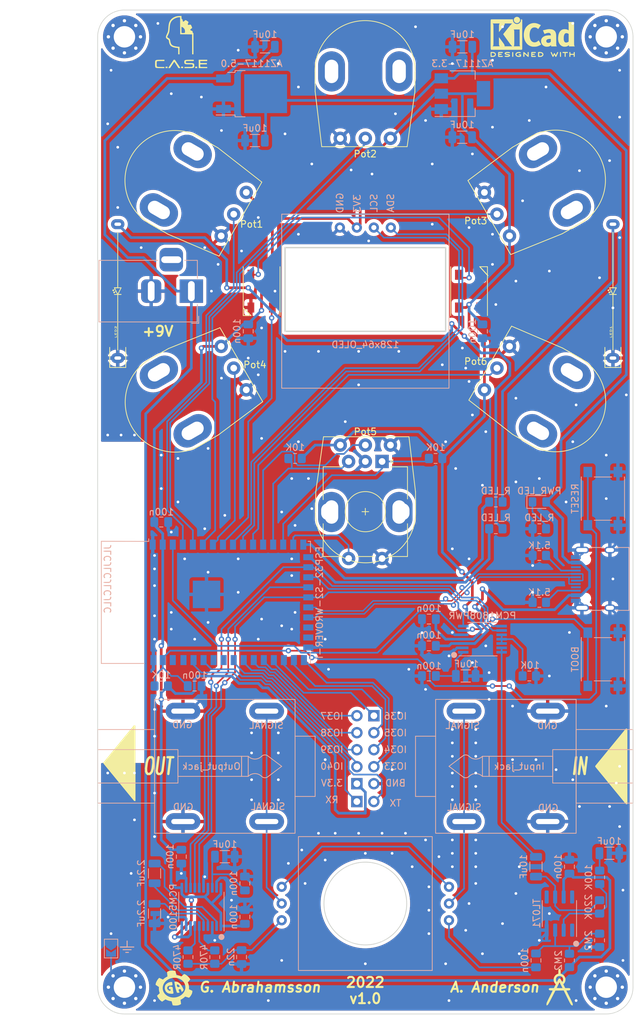
<source format=kicad_pcb>
(kicad_pcb (version 20211014) (generator pcbnew)
  (layers (0 "F.Cu" signal) (31 "B.Cu" signal) (34 "B.Paste" user) (35 "F.Paste" user) (36 "B.SilkS" user "B.Silkscreen") (37 "F.SilkS" user "F.Silkscreen") (38 "B.Mask" user) (39 "F.Mask" user) (44 "Edge.Cuts" user))
  (net 0 "")
  (net 1 "GNDREF")
  (net 2 "+5V")
  (net 3 "Net-(C2-Pad2)")
  (net 4 "/USB_D+")
  (net 5 "/USB_D-")
  (net 8 "/EN")
  (net 9 "+3V3")
  (net 11 "Net-(R3-Pad2)")
  (net 12 "Net-(C1-Pad2)")
  (net 14 "Net-(C3-Pad1)")
  (net 15 "+9V")
  (net 17 "Net-(J1-PadA5)")
  (net 18 "/IO0")
  (net 19 "/LRCK")
  (net 20 "/BCK")
  (net 21 "Net-(J1-PadB5)")
  (net 22 "/SCL")
  (net 23 "/SDA")
  (net 24 "Net-(C3-Pad2)")
  (net 25 "Net-(R6-Pad2)")
  (net 26 "/Pot1")
  (net 27 "/Pot2")
  (net 28 "/Pot3")
  (net 29 "/Pot4")
  (net 30 "/Pot5")
  (net 31 "/Pot6")
  (net 38 "/DIN")
  (net 39 "Net-(C15-Pad2)")
  (net 40 "Net-(C15-Pad1)")
  (net 41 "Net-(C16-Pad1)")
  (net 42 "Net-(C17-Pad1)")
  (net 44 "Net-(R9-Pad1)")
  (net 45 "Net-(R10-Pad1)")
  (net 46 "Net-(C21-Pad2)")
  (net 47 "/ENC_A")
  (net 48 "/ENC_B")
  (net 49 "/ENC_SW")
  (net 50 "/NEOP")
  (net 51 "Net-(D1-Pad2)")
  (net 53 "Net-(H1-Pad1)")
  (net 57 "/DSP_IN")
  (net 58 "/DSP_OUT")
  (net 59 "/JACK_IN")
  (net 60 "/BYPASS")
  (net 61 "/JACK_OUT")
  (net 62 "/DOUT")
  (net 63 "/IO40")
  (net 64 "/IO39")
  (net 65 "/IO38")
  (net 66 "/IO37")
  (net 67 "/IO36")
  (net 68 "/IO35")
  (net 69 "/IO34")
  (net 70 "/IO33")
  (net 71 "/LED2")
  (net 72 "/LED1")
  (net 73 "Net-(D5-Pad1)")
  (net 74 "/RX")
  (net 75 "/TX")
  (net 76 "Net-(D3-Pad2)")
  (net 77 "Net-(D4-Pad2)")
  (footprint "LOGO" (layer "F.Cu") (at 101.438428 28)
    (fp_text reference "G***" hide)
    (fp_text value "LOGO" hide)
  )
  (footprint "MountingHole:MountingHole_3.2mm_M3_Pad_Via" (layer "F.Cu") (at 164.938428 27)
    (fp_text reference "H4" hide)
    (fp_text value "M3" hide)
  )
  (footprint "GustavsGlobalLibrary:PBD12 potentiometer" (layer "F.Cu") (at 104.938428 79 -150)
    (fp_text reference "RV4" hide)
    (fp_text value "R_Potentiometer" hide)
  )
  (footprint "Symbol:KiCad-Logo2_5mm_SilkScreen" (layer "F.Cu") (at 153.938428 27)
    (fp_text reference "REF**" hide)
    (fp_text value "KiCad-Logo2_5mm_SilkScreen" hide)
  )
  (footprint "GustavsGlobalLibrary:PBD12 potentiometer" (layer "F.Cu") (at 128.938428 37.17025 90)
    (fp_text reference "RV2" hide)
    (fp_text value "R_Potentiometer" hide)
  )
  (footprint "GustavsGlobalLibrary:PBD12 potentiometer" (layer "F.Cu") (at 104.938428 51 150)
    (fp_text reference "RV1" hide)
    (fp_text value "R_Potentiometer" hide)
  )
  (footprint "SupersonicQuantumbox:38 mm LED" (layer "F.Cu") (at 165.938428 65 90)
    (fp_text reference "D4" hide)
    (fp_text value "LED1")
  )
  (footprint "LED_SMD:LED_WS2812B_PLCC4_5.0x5.0mm_P3.2mm" (layer "F.Cu") (at 144.438428 65 90)
    (fp_text reference "D2" hide)
    (fp_text value "WS2812B" hide)
  )
  (footprint "GustavsGlobalLibrary:PBD12 potentiometer" (layer "F.Cu") (at 152.938428 79 -30)
    (fp_text reference "RV6" hide)
    (fp_text value "R_Potentiometer" hide)
  )
  (footprint "SupersonicQuantumbox:Stomp_switch" (layer "F.Cu") (at 128.938428 156.5 180)
    (fp_text reference "SW4" hide)
    (fp_text value "SW_DPDT_x2" hide)
    (fp_circle (center 0 0) (end 1.5 -6) (layer "Edge.Cuts") (width 0.12) (fill none))
  )
  (footprint "MountingHole:MountingHole_3.2mm_M3_Pad_Via" (layer "F.Cu") (at 92.938428 169)
    (fp_text reference "H1" hide)
    (fp_text value "M3" hide)
  )
  (footprint "Connector_PinSocket_2.54mm:PinSocket_1x05_P2.54mm_Vertical" (layer "F.Cu") (at 127.675428 138.596 180)
    (fp_text reference "J4" hide)
    (fp_text value "GPIO2" hide)
  )
  (footprint "LOGO" (layer "F.Cu") (at 157.938428 169)
    (fp_text reference "G***" hide)
    (fp_text value "LOGO" hide)
  )
  (footprint "Rotary_Encoder:RotaryEncoder_Alps_EC12E-Switch_Vertical_H20mm" (layer "F.Cu") (at 131.438428 90.45 -90)
    (fp_text reference "SW3" hide)
    (fp_text value "RotaryEncoder_Switch" hide)
  )
  (footprint "GustavsGlobalLibrary:PBD12 potentiometer" (layer "F.Cu") (at 128.938428 93 -90)
    (fp_text reference "RV5" hide)
    (fp_text value "R_Potentiometer" hide)
  )
  (footprint "MountingHole:MountingHole_3.2mm_M3_Pad_Via" (layer "F.Cu") (at 92.938428 27)
    (fp_text reference "H3" hide)
    (fp_text value "M3" hide)
  )
  (footprint "LED_SMD:LED_WS2812B_PLCC4_5.0x5.0mm_P3.2mm" (layer "F.Cu") (at 113.438428 65 -90)
    (fp_text reference "D1" hide)
    (fp_text value "WS2812B" hide)
  )
  (footprint "SupersonicQuantumbox:38 mm LED" (layer "F.Cu") (at 91.938428 65 90)
    (fp_text reference "D3" hide)
    (fp_text value "LED2")
  )
  (footprint "MountingHole:MountingHole_3.2mm_M3_Pad_Via" (layer "F.Cu") (at 164.938428 169)
    (fp_text reference "H2" hide)
    (fp_text value "M3" hide)
  )
  (footprint "GustavsGlobalLibrary:PBD12 potentiometer" (layer "F.Cu") (at 152.938428 51 30)
    (fp_text reference "RV3" hide)
    (fp_text value "R_Potentiometer" hide)
  )
  (footprint "Connector_PinSocket_2.54mm:PinSocket_1x05_P2.54mm_Vertical" (layer "F.Cu") (at 130.215428 128.436)
    (fp_text reference "J5" hide)
    (fp_text value "GPIO1" hide)
  )
  (footprint "LOGO" (layer "F.Cu") (at 100.438428 169)
    (fp_text reference "G***" hide)
    (fp_text value "LOGO" hide)
  )
  (footprint "Connector_PinHeader_2.54mm:PinHeader_1x02_P2.54mm_Vertical" (layer "F.Cu") (at 127.670428 141.263 90)
    (fp_text reference "J3" hide)
    (fp_text value "UART" hide)
  )
  (footprint "Resistor_SMD:R_0805_2012Metric_Pad1.20x1.40mm_HandSolder" (layer "B.Cu") (at 163.938428 162 -90)
    (fp_text reference "R2" hide)
    (fp_text value "2M2")
  )
  (footprint "Resistor_SMD:R_0805_2012Metric_Pad1.20x1.40mm_HandSolder" (layer "B.Cu") (at 163.938428 157 90)
    (fp_text reference "R4" hide)
    (fp_text value "220K")
  )
  (footprint "Resistor_SMD:R_0805_2012Metric_Pad1.20x1.40mm_HandSolder" (layer "B.Cu") (at 154.938428 111.5 180)
    (fp_text reference "R12" hide)
    (fp_text value "5.1K")
  )
  (footprint "Package_SO:TSSOP-20_4.4x6.5mm_P0.65mm" (layer "B.Cu") (at 104.438428 157 90)
    (fp_text reference "U7" hide)
    (fp_text value "PCM5100")
  )
  (footprint "Resistor_SMD:R_0805_2012Metric_Pad1.20x1.40mm_HandSolder" (layer "B.Cu") (at 102.438428 164.5 -90)
    (fp_text reference "R10" hide)
    (fp_text value "470R")
  )
  (footprint "Capacitor_SMD:C_0805_2012Metric_Pad1.18x1.45mm_HandSolder" (layer "B.Cu") (at 98.438428 99.5 180)
    (fp_text reference "C13" hide)
    (fp_text value "100n")
  )
  (footprint "Capacitor_SMD:C_0805_2012Metric_Pad1.18x1.45mm_HandSolder" (layer "B.Cu") (at 101.438428 149.5 90)
    (fp_text reference "C11" hide)
    (fp_text value "100n")
  )
  (footprint "Package_TO_SOT_SMD:SOT-223-3_TabPin2" (layer "B.Cu") (at 143.438428 35.5)
    (fp_text reference "U6" hide)
    (fp_text value "AZ1117-3.3")
  )
  (footprint "Capacitor_SMD:C_0805_2012Metric_Pad1.18x1.45mm_HandSolder" (layer "B.Cu") (at 110.938428 158.5 90)
    (fp_text reference "C14" hide)
    (fp_text value "100n")
  )
  (footprint "GustavsGlobalLibrary:SOP65P640X120-14N" (layer "B.Cu") (at 146.438428 117)
    (fp_text reference "U3" hide)
    (fp_text value "PCM1808PWR")
  )
  (footprint "SupersonicQuantumbox:MonoJack-SYS212" (layer "B.Cu") (at 149.938428 136 180)
    (fp_text reference "U1" hide)
    (fp_text value "Input_jack")
  )
  (footprint "Button_Switch_SMD:SW_Push_1P1T_NO_6x6mm_H9.5mm" (layer "B.Cu") (at 164.438428 120 90)
    (fp_text reference "SW2" hide)
    (fp_text value "BOOT")
  )
  (footprint "Capacitor_SMD:C_1206_3216Metric" (layer "B.Cu") (at 97.438428 152 -90)
    (fp_text reference "C15" hide)
    (fp_text value "2.2uF")
  )
  (footprint "Capacitor_SMD:C_0805_2012Metric_Pad1.18x1.45mm_HandSolder" (layer "B.Cu") (at 138.438428 122.5)
    (fp_text reference "C6" hide)
    (fp_text value "100n")
  )
  (footprint "Capacitor_SMD:C_1206_3216Metric" (layer "B.Cu") (at 113.938428 28.5)
    (fp_text reference "C7" hide)
    (fp_text value "10uF")
  )
  (footprint "Resistor_SMD:R_0805_2012Metric_Pad1.20x1.40mm_HandSolder" (layer "B.Cu") (at 106.438428 164.5 -90)
    (fp_text reference "R9" hide)
    (fp_text value "470R")
  )
  (footprint "Capacitor_SMD:C_1206_3216Metric" (layer "B.Cu") (at 112.438428 42.5)
    (fp_text reference "C8" hide)
    (fp_text value "10uF")
  )
  (footprint "Capacitor_SMD:C_1206_3216Metric" (layer "B.Cu") (at 143.413428 42)
    (fp_text reference "C10" hide)
    (fp_text value "10uF")
  )
  (footprint "Resistor_SMD:R_0805_2012Metric_Pad1.20x1.40mm_HandSolder" (layer "B.Cu") (at 118.438428 90)
    (fp_text reference "R14" hide)
    (fp_text value "10K")
  )
  (footprint "Package_TO_SOT_SMD:TO-252-2" (layer "B.Cu") (at 111.938428 35.5)
    (fp_text reference "U4" hide)
    (fp_text value "AZ1117-5.0")
  )
  (footprint "Jumper:SolderJumper-2_P1.3mm_Open_TrianglePad1.0x1.5mm" (layer "B.Cu") (at 90.938428 163.225 -90)
    (fp_text reference "JP1" hide)
    (fp_text value "GND_JMP" hide)
  )
  (footprint "Capacitor_SMD:C_1206_3216Metric" (layer "B.Cu") (at 97.438428 158 -90)
    (fp_text reference "C16" hide)
    (fp_text value "2.2uF")
  )
  (footprint "Capacitor_SMD:C_1206_3216Metric" (layer "B.Cu") (at 143.438428 28.5)
    (fp_text reference "C9" hide)
    (fp_text value "10uF")
  )
  (footprint "Capacitor_SMD:C_1206_3216Metric" (layer "B.Cu") (at 107.938428 149.5)
    (fp_text reference "C18" hide)
    (fp_text value "10uF")
  )
  (footprint "Connector_BarrelJack:BarrelJack_Horizontal" (layer "B.Cu") (at 102.938428 65)
    (fp_text reference "J2" hide)
    (fp_text value "Barrel_Jack_Switch" hide)
  )
  (footprint "LED_SMD:LED_0805_2012Metric_Pad1.15x1.40mm_HandSolder" (layer "B.Cu") (at 154.938428 96.5)
    (fp_text reference "D5" hide)
    (fp_text value "PWR_LED")
  )
  (footprint "Resistor_SMD:R_0805_2012Metric_Pad1.20x1.40mm_HandSolder" (layer "B.Cu") (at 139.438428 90)
    (fp_text reference "R13" hide)
    (fp_text value "10K")
  )
  (footprint "Capacitor_SMD:C_0805_2012Metric_Pad1.18x1.45mm_HandSolder" (layer "B.Cu") (at 146.438428 71 90)
    (fp_text reference "C23" hide)
    (fp_text value "100n")
  )
  (footprint "Capacitor_SMD:C_0805_2012Metric_Pad1.18x1.45mm_HandSolder" (layer "B.Cu") (at 138.438428 114 180)
    (fp_text reference "C5" hide)
    (fp_text value "100n")
  )
  (footprint "Resistor_SMD:R_0805_2012Metric_Pad1.20x1.40mm_HandSolder" (layer "B.Cu") (at 159.438428 165 90)
    (fp_text reference "R1" hide)
    (fp_text value "2M2")
  )
  (footprint "Resistor_SMD:R_0805_2012Metric_Pad1.20x1.40mm_HandSolder" (layer "B.Cu") (at 154.938428 104.5 180)
    (fp_text reference "R11" hide)
    (fp_text value "5.1K")
  )
  (footprint "Capacitor_SMD:C_0805_2012Metric_Pad1.18x1.45mm_HandSolder" (layer "B.Cu") (at 111.438428 71 90)
    (fp_text reference "C22" hide)
    (fp_text value "100n")
  )
  (footprint "Capacitor_SMD:C_0805_2012Metric_Pad1.18x1.45mm_HandSolder" (layer "B.Cu") (at 154.438428 165 90)
    (fp_text reference "C1" hide)
    (fp_text value "100n")
  )
  (footprint "Button_Switch_SMD:SW_Push_1P1T_NO_6x6mm_H9.5mm" (layer "B.Cu") (at 164.438428 96 90)
    (fp_text reference "SW1" hide)
    (fp_text value "RESET")
  )
  (footprint "Capacitor_SMD:C_1206_3216Metric" (layer "B.Cu") (at 143.938428 122.5 180)
    (fp_text reference "C21" hide)
    (fp_text value "10uF")
  )
  (footprint "Capacitor_SMD:C_0805_2012Metric_Pad1.18x1.45mm_HandSolder" (layer "B.Cu") (at 110.938428 153.5 90)
    (fp_text reference "C17" hide)
    (fp_text value "100n")
  )
  (footprint "Resistor_SMD:R_0805_2012Metric_Pad1.20x1.40mm_HandSolder" (layer "B.Cu") (at 98.438428 124)
    (fp_text reference "R8" hide)
    (fp_text value "10K")
  )
  (footprint "Connector_USB:USB_C_Receptacle_HRO_TYPE-C-31-M-12" (layer "B.Cu") (at 164.438428 108 -90)
    (fp_text reference "J1" hide)
    (fp_text value "USB_C_Receptacle_USB2.0" hide)
  )
  (footprint "Resistor_SMD:R_0805_2012Metric_Pad1.20x1.40mm_HandSolder" (layer "B.Cu") (at 148.438428 100.5)
    (fp_text reference "R5" hide)
    (fp_text value "R_LED")
  )
  (footprint "Capacitor_SMD:C_0805_2012Metric_Pad1.18x1.45mm_HandSolder" (layer "B.Cu") (at 138.438428 118 180)
    (fp_text reference "C4" hide)
    (fp_text value "100n")
  )
  (footprint "Resistor_SMD:R_0805_2012Metric_Pad1.20x1.40mm_HandSolder" (layer "B.Cu") (at 148.438428 96.5)
    (fp_text reference "R7" hide)
    (fp_text value "R_LED")
  )
  (footprint "Resistor_SMD:R_0805_2012Metric_Pad1.20x1.40mm_HandSolder" (layer "B.Cu") (at 163.952726 152.586052 -90)
    (fp_text reference "R3" hide)
    (fp_text value "100K")
  )
  (footprint "Resistor_SMD:R_0805_2012Metric_Pad1.20x1.40mm_HandSolder" (layer "B.Cu") (at 154.938428 100.5)
    (fp_text reference "R15" hide)
    (fp_text value "R_LED")
  )
  (footprint "Resistor_SMD:R_0805_2012Metric_Pad1.20x1.40mm_HandSolder" (layer "B.Cu") (at 153.438428 122.5 180)
    (fp_text reference "R6" hide)
    (fp_text value "10K")
  )
  (footprint "Capacitor_SMD:C_0805_2012Metric_Pad1.18x1.45mm_HandSolder" (layer "B.Cu") (at 110.438428 164.5 -90)
    (fp_text reference "C19" hide)
    (fp_text value "22n")
  )
  (footprint "RF_Module:ESP32-S2-WROVER" (layer "B.Cu") (at 108.938428 111.5 -90)
    (fp_text reference "U5" hide)
    (fp_text value "ESP32-S2-WROVER-I")
  )
  (footprint "Capacitor_SMD:C_1206_3216Metric" (layer "B.Cu") (at 165.394157 148.987206 180)
    (fp_text reference "C2" hide)
    (fp_text value "10uF")
  )
  (footprint "SupersonicQuantumbox:128x64OLED" (layer "B.Cu") (at 128.938428 65 180)
    (fp_text reference "O1" hide)
    (fp_text value "128x64_OLED")
    (fp_rect (start 12 6.5) (end -12 -6) (layer "Edge.Cuts") (width 0.2) (fill none))
  )
  (footprint "Capacitor_SMD:C_1206_3216Metric" (layer "B.Cu") (at 154.438428 151 90)
    (fp_text reference "C3" hide)
    (fp_text value "10uF")
  )
  (footprint "Package_SO:SOIC-8_3.9x4.9mm_P1.27mm" (layer "B.Cu") (at 157.938428 158 90)
    (fp_text reference "U2" hide)
    (fp_text value "TL071")
  )
  (footprint "Capacitor_SMD:C_0805_2012Metric_Pad1.18x1.45mm_HandSolder" (layer "B.Cu") (at 159.438428 151 90)
    (fp_text reference "C20" hide)
    (fp_text value "100n")
  )
  (footprint "Capacitor_SMD:C_0805_2012Metric_Pad1.18x1.45mm_HandSolder" (layer "B.Cu") (at 103.438428 124 180)
    (fp_text reference "C12" hide)
    (fp_text value "100n")
  )
  (footprint "SupersonicQuantumbox:MonoJack-SYS212" (layer "B.Cu") (at 107.938428 136)
    (fp_text reference "U8" hide)
    (fp_text value "Output_jack")
  )
  (gr_circle (center 142.198428 119.36) (end 142.498428 119.36) (layer "B.SilkS") (width 0.3) (fill solid))
  (gr_line (start 93.338428 162.1) (end 93.338428 163) (layer "B.SilkS") (width 0.15))
  (gr_circle (center 160.438428 162.5) (end 160.738428 162.5) (layer "B.SilkS") (width 0.3) (fill solid))
  (gr_line (start 93.138428 163.8) (end 93.538428 163.8) (layer "B.SilkS") (width 0.15))
  (gr_circle (center 107.438428 161.5) (end 107.738428 161.5) (layer "B.SilkS") (width 0.3) (fill solid))
  (gr_line (start 92.738428 163.4) (end 93.938428 163.4) (layer "B.SilkS") (width 0.15))
  (gr_line (start 92.338428 163) (end 94.338428 163) (layer "B.SilkS") (width 0.15))
  (gr_line (start 93.338428 163) (end 92.338428 163) (layer "B.SilkS") (width 0.15))
  (gr_line (start 144.238428 119.5) (end 142.938428 119.5) (layer "B.SilkS") (width 0.1))
  (gr_line (start 111.838428 68.65) (end 110.734281 67.547206) (layer "F.SilkS") (width 0.15))
  (gr_poly (pts (xy 94.438428 141) (xy 89.925552 135.5) (xy 94.438428 130)) (layer "F.SilkS") (width 0.3) (fill solid))
  (gr_poly (pts (xy 167.951304 141.5) (xy 163.438428 136) (xy 167.951304 130.5)) (layer "F.SilkS") (width 0.3) (fill solid))
  (gr_line (start 146.038428 61.35) (end 147.252602 62.677549) (layer "F.SilkS") (width 0.15))
  (gr_arc (start 88.938428 27) (mid 90.110001 24.171573) (end 92.938428 23) (layer "Edge.Cuts") (width 0.1))
  (gr_line (start 168.938428 27) (end 168.938428 169) (layer "Edge.Cuts") (width 0.1))
  (gr_line (start 164.938428 173) (end 92.938428 173) (layer "Edge.Cuts") (width 0.1))
  (gr_line (start 88.938428 169) (end 88.938428 27) (layer "Edge.Cuts") (width 0.1))
  (gr_arc (start 164.938428 23) (mid 167.766855 24.171573) (end 168.938428 27) (layer "Edge.Cuts") (width 0.1))
  (gr_arc (start 168.938428 169) (mid 167.766855 171.828427) (end 164.938428 173) (layer "Edge.Cuts") (width 0.1))
  (gr_line (start 92.938428 23) (end 164.938428 23) (layer "Edge.Cuts") (width 0.1))
  (gr_arc (start 92.938428 173) (mid 90.110001 171.828427) (end 88.938428 169) (layer "Edge.Cuts") (width 0.1))
  (gr_text "SDA" (at 132.717375 51.835585 90) (layer "B.SilkS") (effects (font (size 1 1)) (justify mirror)))
  (gr_text "IO33" (at 133.438428 136) (layer "B.SilkS") (effects (font (size 1 1)) (justify mirror)))
  (gr_text "RX" (at 123.938428 141) (layer "B.SilkS") (effects (font (size 1 1)) (justify mirror)))
  (gr_text "IO34" (at 133.438428 133.5) (layer "B.SilkS") (effects (font (size 1 1)) (justify mirror)))
  (gr_text "3V3" (at 127.714469 51.917792 90) (layer "B.SilkS") (effects (font (size 1 1)) (justify mirror)))
  (gr_text "IO37" (at 123.938428 128.5) (layer "B.SilkS") (effects (font (size 1 1)) (justify mirror)))
  (gr_text "3.3V" (at 123.938428 138.5) (layer "B.SilkS") (effects (font (size 1 1)) (justify mirror)))
  (gr_text "IO40" (at 123.938428 136) (layer "B.SilkS") (effects (font (size 1 1)) (justify mirror)))
  (gr_text "BND" (at 133.438428 138.5) (layer "B.SilkS") (effects (font (size 1 1)) (justify mirror)))
  (gr_text "TX" (at 133.438428 141.5) (layer "B.SilkS") (effects (font (size 1 1)) (justify mirror)))
  (gr_text "GND" (at 125.142552 51.823841 90) (layer "B.SilkS") (effects (font (size 1 1)) (justify mirror)))
  (gr_text "IO36" (at 133.438428 128.5) (layer "B.SilkS") (effects (font (size 1 1)) (justify mirror)))
  (gr_text "IO38" (at 123.938428 131) (layer "B.SilkS") (effects (font (size 1 1)) (justify mirror)))
  (gr_text "IO39" (at 123.938428 133.5) (layer "B.SilkS") (effects (font (size 1 1)) (justify mirror)))
  (gr_text "IO35" (at 133.438428 131) (layer "B.SilkS") (effects (font (size 1 1)) (justify mirror)))
  (gr_text "JLCJLCJLCJLC" (at 90.438428 108 90) (layer "B.SilkS") (effects (font (size 1 1)) (justify mirror)))
  (gr_text "SCL" (at 130.227666 51.835585 90) (layer "B.SilkS") (effects (font (size 1 1)) (justify mirror)))
  (gr_text "Pot5" (at 128.938428 86) (layer "F.SilkS") (effects (font (size 1 1))))
  (gr_text "Pot6" (at 145.438428 75.5) (layer "F.SilkS") (effects (font (size 1 1))))
  (gr_text "Pot2" (at 128.918795 44.5) (layer "F.SilkS") (effects (font (size 1 1))))
  (gr_text "2022\nv1.0" (at 128.938428 169.5) (layer "F.SilkS") (effects (font (size 1.5 1.5) (thickness 0.3))))
  (gr_text "+9V" (at 97.938428 71) (layer "F.SilkS") (effects (font (size 1.5 1.5) (thickness 0.3))))
  (gr_text "A. Anderson\n" (at 141.438428 169) (layer "F.SilkS") (effects (font (size 1.5 1.5) (thickness 0.3) italic) (justify left)))
  (gr_text "OUT" (at 97.938428 136) (layer "F.SilkS") (effects (font (size 2.5 1.5) (thickness 0.35) italic)))
  (gr_text "G. Abrahamsson\n" (at 103.938428 169) (layer "F.SilkS") (effects (font (size 1.5 1.5) (thickness 0.3) italic) (justify left)))
  (gr_text "Pot3" (at 145.438428 54.5) (layer "F.SilkS") (effects (font (size 1 1))))
  (gr_text "Pot4" (at 112.438428 76) (layer "F.SilkS") (effects (font (size 1 1))))
  (gr_text "IN" (at 160.938428 136) (layer "F.SilkS") (effects (font (size 2.5 1.5) (thickness 0.35) italic)))
  (gr_text "Pot1" (at 111.938428 55) (layer "F.SilkS") (effects (font (size 1 1))))
  (via (at 150.938428 127) (size 0.8) (drill 0.4) (layers "F.Cu" "B.Cu") (net 1))
  (via (at 133.438428 38.5) (size 0.8) (drill 0.4) (layers "F.Cu" "B.Cu") (net 1))
  (via (at 127.938428 146) (size 0.8) (drill 0.4) (layers "F.Cu" "B.Cu") (net 1))
  (via (at 144.938428 120.5) (size 0.8) (drill 0.4) (layers "F.Cu" "B.Cu") (net 1))
  (via (at 137.938428 124.5) (size 0.8) (drill 0.4) (layers "F.Cu" "B.Cu") (net 1))
  (via (at 145.438428 149) (size 0.8) (drill 0.4) (layers "F.Cu" "B.Cu") (net 1))
  (via (at 118.938428 56.5) (size 0.8) (drill 0.4) (layers "F.Cu" "B.Cu") (net 1))
  (via (at 127.938428 74) (size 0.8) (drill 0.4) (layers "F.Cu" "B.Cu") (net 1))
  (via (at 154.938428 162) (size 0.8) (drill 0.4) (layers "F.Cu" "B.Cu") (net 1))
  (via (at 153.438428 39.5) (size 0.8) (drill 0.4) (layers "F.Cu" "B.Cu") (net 1))
  (via (at 149.438428 159.5) (size 0.8) (drill 0.4) (layers "F.Cu" "B.Cu") (net 1))
  (via (at 115.938428 141) (size 0.8) (drill 0.4) (layers "F.Cu" "B.Cu") (net 1))
  (via (at 94.438428 144) (size 0.8) (drill 0.4) (layers "F.Cu" "B.Cu") (net 1))
  (via (at 111.938428 141) (size 0.8) (drill 0.4) (layers "F.Cu" "B.Cu") (net 1))
  (via (at 120.438428 93) (size 0.8) (drill 0.4) (layers "F.Cu" "B.Cu") (net 1))
  (via (at 116.438428 98) (size 0.8) (drill 0.4) (layers "F.Cu" "B.Cu") (net 1))
  (via (at 92.438428 86.5) (size 0.8) (drill 0.4) (layers "F.Cu" "B.Cu") (net 1))
  (via (at 117.938428 105) (size 0.8) (drill 0.4) (layers "F.Cu" "B.Cu") (net 1))
  (via (at 164.938428 89.5) (size 0.8) (drill 0.4) (layers "F.Cu" "B.Cu") (net 1))
  (via (at 119.438428 148.5) (size 0.8) (drill 0.4) (layers "F.Cu" "B.Cu") (net 1))
  (via (at 166.938428 57) (size 0.8) (drill 0.4) (layers "F.Cu" "B.Cu") (net 1))
  (via (at 115.938428 131) (size 0.8) (drill 0.4) (layers "F.Cu" "B.Cu") (net 1))
  (via (at 117.938428 107.5) (size 0.8) (drill 0.4) (layers "F.Cu" "B.Cu") (net 1))
  (via (at 113.438428 114) (size 0.8) (drill 0.4) (layers "F.Cu" "B.Cu") (net 1))
  (via (at 135.438428 121.5) (size 0.8) (drill 0.4) (layers "F.Cu" "B.Cu") (net 1))
  (via (at 99.462948 158.52452) (size 0.8) (drill 0.4) (layers "F.Cu" "B.Cu") (net 1))
  (via (at 92.938428 137) (size 0.8) (drill 0.4) (layers "F.Cu" "B.Cu") (net 1))
  (via (at 97.438428 106.5) (size 0.8) (drill 0.4) (layers "F.Cu" "B.Cu") (net 1))
  (via (at 137.400928 116.0375) (size 0.8) (drill 0.4) (layers "F.Cu" "B.Cu") (net 1))
  (via (at 121.938428 74) (size 0.8) (drill 0.4) (layers "F.Cu" "B.Cu") (net 1))
  (via (at 139.938428 149.5) (size 0.8) (drill 0.4) (layers "F.Cu" "B.Cu") (net 1))
  (via (at 91.938428 43.5) (size 0.8) (drill 0.4) (layers "F.Cu" "B.Cu") (net 1))
  (via (at 151.938428 164) (size 0.8) (drill 0.4) (layers "F.Cu" "B.Cu") (net 1))
  (via (at 129.438428 57.5) (size 0.8) (drill 0.4) (layers "F.Cu" "B.Cu") (net 1))
  (via (at 145.438428 134.5) (size 0.8) (drill 0.4) (layers "F.Cu" "B.Cu") (net 1))
  (via (at 116.938428 74) (size 0.8) (drill 0.4) (layers "F.Cu" "B.Cu") (net 1))
  (via (at 155.938428 34.5) (size 0.8) (drill 0.4) (layers "F.Cu" "B.Cu") (net 1))
  (via (at 147.938428 30.5) (size 0.8) (drill 0.4) (layers "F.Cu" "B.Cu") (net 1))
  (via (at 137.938428 147) (size 0.8) (drill 0.4) (layers "F.Cu" "B.Cu") (net 1))
  (via (at 144.938428 44.5) (size 0.8) (drill 0.4) (layers "F.Cu" "B.Cu") (net 1))
  (via (at 100.938428 90) (size 0.8) (drill 0.4) (layers "F.Cu" "B.Cu") (net 1))
  (via (at 117.938428 93) (size 0.8) (drill 0.4) (layers "F.Cu" "B.Cu") (net 1))
  (via (at 133.938428 128) (size 0.8) (drill 0.4) (layers "F.Cu" "B.Cu") (net 1))
  (via (at 138.938428 55) (size 0.8) (drill 0.4) (layers "F.Cu" "B.Cu") (net 1))
  (via (at 138.438428 154) (size 0.8) (drill 0.4) (layers "F.Cu" "B.Cu") (net 1))
  (via (at 160.438428 171) (size 0.8) (drill 0.4) (layers "F.Cu" "B.Cu") (net 1))
  (via (at 151.438428 63.5) (size 0.8) (drill 0.4) (layers "F.Cu" "B.Cu") (net 1))
  (via (at 109.938428 29) (size 0.8) (drill 0.4) (layers "F.Cu" "B.Cu") (net 1))
  (via (at 164.938428 96) (size 0.8) (drill 0.4) (layers "F.Cu" "B.Cu") (net 1))
  (via (at 116.938428 41.5) (size 0.8) (drill 0.4) (layers "F.Cu" "B.Cu") (net 1))
  (via (at 112.938428 117) (size 0.8) (drill 0.4) (layers "F.Cu" "B.Cu") (net 1))
  (via (at 144.438428 105) (size 0.8) (drill 0.4) (layers "F.Cu" "B.Cu") (net 1))
  (via (at 141.938428 103.5) (size 0.8) (drill 0.4) (layers "F.Cu" "B.Cu") (net 1))
  (via (at 166.938428 136) (size 0.8) (drill 0.4) (layers "F.Cu" "B.Cu") (net 1))
  (via (at 145.438428 137) (size 0.8) (drill 0.4) (layers "F.Cu" "B.Cu") (net 1))
  (via (at 147.938428 40.5) (size 0.8) (drill 0.4) (layers "F.Cu" "B.Cu") (net 1))
  (via (at 95.438428 58.5) (size 0.8) (drill 0.4) (layers "F.Cu" "B.Cu") (net 1))
  (via (at 156.438428 158) (size 0.8) (drill 0.4) (layers "F.Cu" "B.Cu") (net 1))
  (via (at 141.938428 132.5) (size 0.8) (drill 0.4) (layers "F.Cu" "B.Cu") (net 1))
  (via (at 145.438428 153.5) (size 0.8) (drill 0.4) (layers "F.Cu" "B.Cu") (net 1))
  (via (at 151.438428 155) (size 0.8) (drill 0.4) (layers "F.Cu" "B.Cu") (net 1))
  (via (at 144.438428 55.5) (size 0.8) (drill 0.4) (layers "F.Cu" "B.Cu") (net 1))
  (via (at 115.938428 31) (size 0.8) (drill 0.4) (layers "F.Cu" "B.Cu") (net 1))
  (via (at 97.438428 127.5) (size 0.8) (drill 0.4) (layers "F.Cu" "B.Cu") (net 1))
  (via (at 147.938428 61) (size 0.8) (drill 0.4) (layers "F.Cu" "B.Cu") (net 1))
  (via (at 121.938428 146) (size 0.8) (drill 0.4) (layers "F.Cu" "B.Cu") (net 1))
  (via (at 93.938428 152) (size 0.8) (drill 0.4) (layers "F.Cu" "B.Cu") (net 1))
  (via (at 165.438428 142) (size 0.8) (drill 0.4) (layers "F.Cu" "B.Cu") (net 1))
  (via (at 141.938428 137) (size 0.8) (drill 0.4) (layers "F.Cu" "B.Cu") (net 1))
  (via (at 157.438428 136.5) (size 0.8) (drill 0.4) (layers "F.Cu" "B.Cu") (net 1))
  (via (at 147.938428 56.5) (size 0.8) (drill 0.4) (layers "F.Cu" "B.Cu") (net 1))
  (via (at 111.938428 138) (size 0.8) (drill 0.4) (layers "F.Cu" "B.Cu") (net 1))
  (via (at 143.438428 73.5) (size 0.8) (drill 0.4) (layers "F.Cu" "B.Cu") (net 1))
  (via (at 109.938428 110) (size 0.8) (drill 0.4) (layers "F.Cu" "B.Cu") (net 1))
  (via (at 147.438428 126) (size 0.8) (drill 0.4) (layers "F.Cu" "B.Cu") (net 1))
  (via (at 164.938428 127) (size 0.8) (drill 0.4) (layers "F.Cu" "B.Cu") (net 1))
  (via (at 160.938428 47) (size 0.8) (drill 0.4) (layers "F.Cu" "B.Cu") (net 1))
  (via (at 151.938428 151) (size 0.8) (drill 0.4) (layers "F.Cu" "B.Cu") (net 1))
  (via (at 145.438428 130.5) (size 0.8) (drill 0.4) (layers "F.Cu" "B.Cu") (net 1))
  (via (at 146.938428 118) (size 0.8) (drill 0.4) (layers "F.Cu" "B.Cu") (net 1))
  (via (at 99.938428 113) (size 0.8) (drill 0.4) (layers "F.Cu" "B.Cu") (net 1))
  (via (at 166.938428 145) (size 0.8) (drill 0.4) (layers "F.Cu" "B.Cu") (net 1))
  (via (at 128.938428 149) (size 0.8) (drill 0.4) (layers "F.Cu" "B.Cu") (net 1))
  (via (at 141.938428 149) (size 0.8) (drill 0.4) (layers "F.Cu" "B.Cu") (net 1))
  (via (at 134.938428 146) (size 0.8) (drill 0.4) (layers "F.Cu" "B.Cu") (net 1))
  (via (at 166.938428 39) (size 0.8) (drill 0.4) (layers "F.Cu" "B.Cu") (net 1))
  (via (at 104.938428 152.5) (size 0.8) (drill 0.4) (layers "F.Cu" "B.Cu") (net 1))
  (via (at 107.438428 78) (size 0.8) (drill 0.4) (layers "F.Cu" "B.Cu") (net 1))
  (via (at 120.938428 97.5) (size 0.8) (drill 0.4) (layers "F.Cu" "B.Cu") (net 1))
  (via (at 167.938428 80.5) (size 0.8) (drill 0.4) (layers "F.Cu" "B.Cu") (net 1))
  (via (at 113.438428 70.5) (size 0.8) (drill 0.4) (layers "F.Cu" "B.Cu") (net 1))
  (via (at 90.438428 137) (size 0.8) (drill 0.4) (layers "F.Cu" "B.Cu") (net 1))
  (via (at 146.438428 94) (size 0.8) (drill 0.4) (layers "F.Cu" "B.Cu") (net 1))
  (via (at 153.938428 106) (size 0.8) (drill 0.4) (layers "F.Cu" "B.Cu") (net 1))
  (via (at 128.938428 165.5) (size 0.8) (drill 0.4) (layers "F.Cu" "B.Cu") (net 1))
  (via (at 159.938428 25) (size 0.8) (drill 0.4) (layers "F.Cu" "B.Cu") (net 1))
  (via (at 141.438428 171) (size 0.8) (drill 0.4) (layers "F.Cu" "B.Cu") (net 1))
  (via (at 138.938428 46) (size 0.8) (drill 0.4) (layers "F.Cu" "B.Cu") (net 1))
  (via (at 106.938428 61) (size 0.8) (drill 0.4) (layers "F.Cu" "B.Cu") (net 1))
  (via (at 107.438428 41) (size 0.8) (drill 0.4) (layers "F.Cu" "B.Cu") (net 1))
  (via (at 115.438428 65) (size 0.8) (drill 0.4) (layers "F.Cu" "B.Cu") (net 1))
  (via (at 163.938428 63) (size 0.8) (drill 0.4) (layers "F.Cu" "B.Cu") (net 1))
  (via (at 144.938428 83.5) (size 0.8) (drill 0.4) (layers "F.Cu" "B.Cu") (net 1))
  (via (at 101.438428 152) (size 0.8) (drill 0.4) (layers "F.Cu" "B.Cu") (net 1))
  (via (at 160.438428 82) (size 0.8) (drill 0.4) (layers "F.Cu" "B.Cu") (net 1))
  (via (at 114.438428 171) (size 0.8) (drill 0.4) (layers "F.Cu" "B.Cu") (net 1))
  (via (at 150.938428 135) (size 0.8) (drill 0.4) (layers "F.Cu" "B.Cu") (net 1))
  (via (at 110.438428 59) (size 0.8) (drill 0.4) (layers "F.Cu" "B.Cu") (net 1))
  (via (at 144.438428 156.5) (size 0.8) (drill 0.4) (layers "F.Cu" "B.Cu") (net 1))
  (via (at 166.938428 32) (size 0.8) (drill 0.4) (layers "F.Cu" "B.Cu") (net 1))
  (via (at 167.438428 165) (size 0.8) (drill 0.4) (layers "F.Cu" "B.Cu") (net 1))
  (via (at 141.938428 139) (size 0.8) (drill 0.4) (layers "F.Cu" "B.Cu") (net 1))
  (via (at 117.938428 115.5) (size 0.8) (drill 0.4) (layers "F.Cu" "B.Cu") (net 1))
  (via (at 97.438428 131.5) (size 0.8) (drill 0.4) (layers "F.Cu" "B.Cu") (net 1))
  (via (at 142.438428 91.5) (size 0.8) (drill 0.4) (layers "F.Cu" "B.Cu") (net 1))
  (via (at 123.438428 121.5) (size 0.8) (drill 0.4) (layers "F.Cu" "B.Cu") (net 1))
  (via (at 154.438428 135) (size 0.8) (drill 0.4) (layers "F.Cu" "B.Cu") (net 1))
  (via (at 140.438428 76) (size 0.8) (drill 0.4) (layers "F.Cu" "B.Cu") (net 1))
  (via (at 94.438428 137) (size 0.8) (drill 0.4) (layers "F.Cu" "B.Cu") (net 1))
  (via (at 99.938428 101) (size 0.8) (drill 0.4) (layers "F.Cu" "B.Cu") (net 1))
  (via (at 145.438428 141) (size 0.8) (drill 0.4) (layers "F.Cu" "B.Cu") (net 1))
  (via (at 98.438428 89.5) (size 0.8) (drill 0.4) (layers "F.Cu" "B.Cu") (net 1))
  (via (at 94.438428 86.5) (size 0.8) (drill 0.4) (layers "F.Cu" "B.Cu") (net 1))
  (via (at 124.438428 146) (size 0.8) (drill 0.4) (layers "F.Cu" "B.Cu") (net 1))
  (via (at 158.938428 96.5) (size 0.8) (drill 0.4) (layers "F.Cu" "B.Cu") (net 1))
  (via (at 106.438428 162) (size 0.8) (drill 0.4) (layers "F.Cu" "B.Cu") (net 1))
  (via (at 145.438428 139) (size 0.8) (drill 0.4) (layers "F.Cu" "B.Cu") (net 1))
  (via (at 145.438428 147) (size 0.8) (drill 0.4) (layers "F.Cu" "B.Cu") (net 1))
  (via (at 122.938428 117) (size 0.8) (drill 0.4) (layers "F.Cu" "B.Cu") (net 1))
  (via (at 116.438428 165) (size 0.8) (drill 0.4) (layers "F.Cu" "B.Cu") (net 1))
  (via (at 99.938428 35.5) (size 0.8) (drill 0.4) (layers "F.Cu" "B.Cu") (net 1))
  (via (at 146.438428 164) (size 0.8) (drill 0.4) (layers "F.Cu" "B.Cu") (net 1))
  (via (at 111.438428 75) (size 0.8) (drill 0.4) (layers "F.Cu" "B.Cu") (net 1))
  (via (at 133.938428 74) (size 0.8) (drill 0.4) (layers "F.Cu" "B.Cu") (net 1))
  (via (at 144.438428 78.5) (size 0.8) (drill 0.4) (layers "F.Cu" "B.Cu") (net 1))
  (via (at 149.438428 25.5) (size 0.8) (drill 0.4) (layers "F.Cu" "B.Cu") (net 1))
  (via (at 97.438428 140) (size 0.8) (drill 0.4) (layers "F.Cu" "B.Cu") (net 1))
  (via (at 166.438428 138.5) (size 0.8) (drill 0.4) (layers "F.Cu" "B.Cu") (net 1))
  (via (at 141.938428 31) (size 0.8) (drill 0.4) (layers "F.Cu" "B.Cu") (net 1))
  (via (at 132.938428 149) (size 0.8) (drill 0.4) (layers "F.Cu" "B.Cu") (net 1))
  (via (at 107.938428 98.5) (size 0.8) (drill 0.4) (layers "F.Cu" "B.Cu") (net 1))
  (via (at 138.438428 157.5) (size 0.8) (drill 0.4) (layers "F.Cu" "B.Cu") (net 1))
  (via (at 143.938428 160.5) (size 0.8) (drill 0.4) (layers "F.Cu" "B.Cu") (net 1))
  (via (at 156.438428 122.5) (size 0.8) (drill 0.4) (layers "F.Cu" "B.Cu") (net 1))
  (via (at 131.438428 146) (size 0.8) (drill 0.4) (layers "F.Cu" "B.Cu") (net 1))
  (via (at 138.438428 161) (size 0.8) (drill 0.4) (layers "F.Cu" "B.Cu") (net 1))
  (via (at 105.938428 65) (size 0.8) (drill 0.4) (layers "F.Cu" "B.Cu") (net 1))
  (via (at 101.938428 105) (size 0.8) (drill 0.4) (layers "F.Cu" "B.Cu") (net 1))
  (via (at 141.938428 116) (size 0.8) (drill 0.4) (layers "F.Cu" "B.Cu") (net 1))
  (via (at 148.438428 67) (size 0.8) (drill 0.4) (layers "F.Cu" "B.Cu") (net 1))
  (via (at 118.438428 100) (size 0.8) (drill 0.4) (layers "F.Cu" "B.Cu") (net 1))
  (via (at 112.938428 54) (size 0.8) (drill 0.4) (layers "F.Cu" "B.Cu") (net 1))
  (via (at 104.438428 36) (size 0.8) (drill 0.4) (layers "F.Cu" "B.Cu") (net 1))
  (via (at 90.438428 86.5) (size 0.8) (drill 0.4) (layers "F.Cu" "B.Cu") (net 1))
  (via (at 108.938428 156) (size 0.8) (drill 0.4) (layers "F.Cu" "B.Cu") (net 1))
  (via (at 143.938428 76.5) (size 0.8) (drill 0.4) (layers "F.Cu" "B.Cu") (net 1))
  (via (at 136.438428 25.5) (size 0.8) (drill 0.4) (layers "F.Cu" "B.Cu") (net 1))
  (via (at 104.938428 58.5) (size 0.8) (drill 0.4) (layers "F.Cu" "B.Cu") (net 1))
  (via (at 119.938428 153.5) (size 0.8) (drill 0.4) (layers "F.Cu" "B.Cu") (net 1))
  (via (at 117.438428 150.5) (size 0.8) (drill 0.4) (layers "F.Cu" "B.Cu") (net 1))
  (via (at 103.438428 117) (size 0.8) (drill 0.4) (layers "F.Cu" "B.Cu") (net 1))
  (via (at 125.938428 84.5) (size 0.8) (drill 0.4) (layers "F.Cu" "B.Cu") (net 1))
  (via (at 99.938428 115.5) (size 0.8) (drill 0.4) (layers "F.Cu" "B.Cu") (net 1))
  (via (at 159.438428 116) (size 0.8) (drill 0.4) (layers "F.Cu" "B.Cu") (net 1))
  (via (at 90.938428 161) (size 0.8) (drill 0.4) (layers "F.Cu" "B.Cu") (net 1))
  (via (at 141.938428 151) (size 0.8) (drill 0.4) (layers "F.Cu" "B.Cu") (net 1))
  (via (at 159.938428 87.5) (size 0.8) (drill 0.4) (layers "F.Cu" "B.Cu") (net 1))
  (via (at 162.438428 163) (size 0.8) (drill 0.4) (layers "F.Cu" "B.Cu") (net 1))
  (via (at 115.938428 134) (size 0.8) (drill 0.4) (layers "F.Cu" "B.Cu") (net 1))
  (via (at 159.938428 138) (size 0.8) (drill 0.4) (layers "F.Cu" "B.Cu") (net 1))
  (via (at 105.438428 114.5) (size 0.8) (drill 0.4) (layers "F.Cu" "B.Cu") (net 1))
  (via (at 97.438428 109) (size 0.8) (drill 0.4) (layers "F.Cu" "B.Cu") (net 1))
  (via (at 137.938428 39.5) (size 0.8) (drill 0.4) (layers "F.Cu" "B.Cu") (net 1))
  (via (at 135.938428 151) (size 0.8) (drill 0.4) (layers "F.Cu" "B.Cu") (net 1))
  (via (at 153.938428 110) (size 0.8) (drill 0.4) (layers "F.Cu" "B.Cu") (net 1))
  (via (at 126.815373 46.896888) (size 0.8) (drill 0.4) (layers "F.Cu" "B.Cu") (net 1))
  (via (at 100.938428 96.5) (size 0.8) (drill 0.4) (layers "F.Cu" "B.Cu") (net 1))
  (via (at 116.438428 115) (size 0.8) (drill 0.4) (layers "F.Cu" "B.Cu") (net 1))
  (via (at 118.438428 113) (size 0.8) (drill 0.4) (layers "F.Cu" "B.Cu") (net 1))
  (via (at 127.938428 79) (size 0.8) (drill 0.4) (layers "F.Cu" "B.Cu") (net 1))
  (via (at 104.938428 100.5) (size 0.8) (drill 0.4) (layers "F.Cu" "B.Cu") (net 1))
  (via (at 141.938428 141) (size 0.8) (drill 0.4) (layers "F.Cu" "B.Cu") (net 1))
  (via (at 165.938428 108) (size 0.8) (drill 0.4) (layers "F.Cu" "B.Cu") (net 1))
  (via (at 118.938428 87.5) (size 0.8) (drill 0.4) (layers "F.Cu" "B.Cu") (net 1))
  (via (at 132.938428 136.5) (size 0.8) (drill 0.4) (layers "F.Cu" "B.Cu") (net 1))
  (via (at 152.438428 51.5) (size 0.8) (drill 0.4) (layers "F.Cu" "B.Cu") (net 1))
  (via (at 111.938428 131) (size 0.8) (drill 0.4) (layers "F.Cu" "B.Cu") (net 1))
  (via (at 111.938428 134) (size 0.8) (drill 0.4) (layers "F.Cu" "B.Cu") (net 1))
  (via (at 98.438428 94.5) (size 0.8) (drill 0.4) (layers "F.Cu" "B.Cu") (net 1))
  (via (at 120.938428 46) (size 0.8) (drill 0.4) (layers "F.Cu" "B.Cu") (net 1))
  (via (at 97.438428 113.5) (size 0.8) (drill 0.4) (layers "F.Cu" "B.Cu") (net 1))
  (via (at 105.438428 88.5) (size 0.8) (drill 0.4) (layers "F.Cu" "B.Cu") (net 1))
  (via (at 156.438428 62) (size 0.8) (drill 0.4) (layers "F.Cu" "B.Cu") (net 1))
  (via (at 151.438428 93.5) (size 0.8) (drill 0.4) (layers "F.Cu" "B.Cu") (net 1))
  (via (at 122.938428 135) (size 0.8) (drill 0.4) (layers "F.Cu" "B.Cu") (net 1))
  (via (at 146.938428 86) (size 0.8) (drill 0.4) (layers "F.Cu" "B.Cu") (net 1))
  (via (at 147.438428 122) (size 0.8) (drill 0.4) (layers "F.Cu" "B.Cu") (net 1))
  (via (at 165.438428 45.5) (size 0.8) (drill 0.4) (layers "F.Cu" "B.Cu") (net 1))
  (via (at 91.938428 52.5) (size 0.8) (drill 0.4) (layers "F.Cu" "B.Cu") (net 1))
  (via (at 154.938428 93) (size 0.8) (drill 0.4) (layers "F.Cu" "B.Cu") (net 1))
  (via (at 97.938428 25) (size 0.8) (drill 0.4) (layers "F.Cu" "B.Cu") (net 1))
  (via (at 113.438428 87) (size 0.8) (drill 0.4) (layers "F.Cu" "B.Cu") (net 1))
  (via (at 141.938428 130.5) (size 0.8) (drill 0.4) (layers "F.Cu" "B.Cu") (net 1))
  (via (at 141.938428 134.5) (size 0.8) (drill 0.4) (layers "F.Cu" "B.Cu") (net 1))
  (via (at 118.938428 34.5) (size 0.8) (drill 0.4) (layers "F.Cu" "B.Cu") (net 1))
  (via (at 145.438428 151) (size 0.8) (drill 0.4) (layers "F.Cu" "B.Cu") (net 1))
  (via (at 97.438428 146.5) (size 0.8) (drill 0.4) (layers "F.Cu" "B.Cu") (net 1))
  (via (at 122.938428 150) (size 0.8) (drill 0.4) (layers "F.Cu" "B.Cu") (net 1))
  (via (at 97.438428 171) (size 0.8) (drill 0.4) (layers "F.Cu" "B.Cu") (net 1))
  (via (at 97.438428 117) (size 0.8) (drill 0.4) (layers "F.Cu" "B.Cu") (net 1))
  (via (at 140.938428 87.5) (size 0.8) (drill 0.4) (layers "F.Cu" "B.Cu") (net 1))
  (via (at 145.438428 132.5) (size 0.8) (drill 0.4) (layers "F.Cu" "B.Cu") (net 1))
  (via (at 129.938428 47.5) (size 0.8) (drill 0.4) (layers "F.Cu" "B.Cu") (net 1))
  (via (at 151.438428 81) (size 0.8) (drill 0.4) (layers "F.Cu" "B.Cu") (net 1))
  (via (at 90.938428 32) (size 0.8) (drill 0.4) (layers "F.Cu" "B.Cu") (net 1))
  (via (at 115.938428 138) (size 0.8) (drill 0.4) (layers "F.Cu" "B.Cu") (net 1))
  (via (at 112.938428 77.5) (size 0.8) (drill 0.4) (layers "F.Cu" "B.Cu") (net 1))
  (via (at 105.438428 107) (size 0.8) (drill 0.4) (layers "F.Cu" "B.Cu") (net 1))
  (via (at 97.438428 104.5) (size 0.8) (drill 0.4) (layers "F.Cu" "B.Cu") (net 1))
  (via (at 141.438428 119.5) (size 0.8) (drill 0.4) (layers "F.Cu" "B.Cu") (net 1))
  (via (at 160.938428 142) (size 0.8) (drill 0.4) (layers "F.Cu" "B.Cu") (net 1))
  (via (at 141.938428 147) (size 0.8) (drill 0.4) (layers "F.Cu" "B.Cu") (net 1))
  (via (at 109.938428 105) (size 0.8) (drill 0.4) (layers "F.Cu" "B.Cu") (net 1))
  (via (at 167.438428 154.5) (size 0.8) (drill 0.4) (layers "F.Cu" "B.Cu") (net 1))
  (via (at 165.938428 67.5) (size 0.8) (drill 0.4) (layers "F.Cu" "B.Cu") (net 1))
  (via (at 90.438428 40) (size 0.8) (drill 0.4) (layers "F.Cu" "B.Cu") (net 1))
  (via (at 140.938428 165.5) (size 0.8) (drill 0.4) (layers "F.Cu" "B.Cu") (net 1))
  (segment (start 102.163428 158.77404) (end 101.913908 158.52452) (width 0.4) (layer "B.Cu") (net 1))
  (segment (start 112.938428 154.4625) (end 110.938428 152.4625) (width 0.4) (layer "B.Cu") (net 1))
  (segment (start 120.413428 118.25) (end 121.688428 118.25) (width 0.4) (layer "B.Cu") (net 1))
  (segment (start 156.033428 160.475) (end 156.033428 160.905) (width 0.4) (layer "B.Cu") (net 1))
  (segment (start 104.763428 152.675) (end 104.938428 152.5) (width 0.4) (layer "B.Cu") (net 1))
  (segment (start 102.163428 159.8625) (end 102.163428 158.77404) (width 0.4) (layer "B.Cu") (net 1))
  (segment (start 110.938428 157.4625) (end 110.400928 157.4625) (width 0.4) (layer "B.Cu") (net 1))
  (segment (start 105.203428 107.235) (end 105.438428 107) (width 0.4) (layer "B.Cu") (net 1))
  (segment (start 97.263428 120.125) (end 97.263428 117.175) (width 0.4) (layer "B.Cu") (net 1))
  (segment (start 102.688428 127.75) (end 101.688428 127.75) (width 0.4) (layer "B.Cu") (net 1))
  (segment (start 156.033428 160.905) (end 154.938428 162) (width 0.4) (layer "B.Cu") (net 1))
  (segment (start 160.393428 111.405) (end 161.308428 112.32) (width 0.4) (layer "B.Cu") (net 1))
  (segment (start 106.713428 154.1375) (end 106.713428 153.225) (width 0.4) (layer "B.Cu") (net 1))
  (segment (start 97.263428 117.175) (end 97.438428 117) (width 0.4) (layer "B.Cu") (net 1))
  (segment (start 108.087948 152.64952) (end 108.938428 153.5) (width 0.4) (layer "B.Cu") (net 1))
  (segment (start 143.568428 118.3) (end 142.638428 118.3) (width 0.4) (layer "B.Cu") (net 1))
  (segment (start 110.400928 157.4625) (end 108.938428 156) (width 0.4) (layer "B.Cu") (net 1))
  (segment (start 97.163428 104.225) (end 97.438428 104.5) (width 0.4) (layer "B.Cu") (net 1))
  (segment (start 153.938428 111.5) (end 153.938428 110) (width 0.4) (layer "B.Cu") (net 1))
  (segment (start 101.438428 152) (end 101.438428 150.5375) (width 0.4) (layer "B.Cu") (net 1))
  (segment (start 106.063428 161.625) (end 106.438428 162) (width 0.4) (layer "B.Cu") (net 1))
  (segment (start 121.688428 118.25) (end 122.938428 117) (width 0.4) (layer "B.Cu") (net 1))
  (segment (start 107.288908 152.64952) (end 108.087948 152.64952) (width 0.4) (layer "B.Cu") (net 1))
  (segment (start 143.568428 116.35) (end 142.288428 116.35) (width 0.4) (layer "B.Cu") (net 1))
  (segment (start 110.938428 157.4625) (end 112.938428 155.4625) (width 0.4) (layer "B.Cu") (net 1))
  (segment (start 166.688428 102.48) (end 165.488428 103.68) (width 0.4) (layer "B.Cu") (net 1))
  (segment (start 104.475928 125.9625) (end 102.688428 127.75) (width 0.4) (layer "B.Cu") (net 1))
  (segment (start 104.475928 124) (end 104.475928 125.9625) (width 0.4) (layer "B.Cu") (net 1))
  (segment (start 105.203428 110.31) (end 105.203428 107.235) (width 0.4) (layer "B.Cu") (net 1))
  (segment (start 166.688428 113.52) (end 165.488428 112.32) (width 0.4) (layer "B.Cu") (net 1))
  (segment (start 102.163428 152.725) (end 102.163428 154.1375) (width 0.4) (layer "B.Cu") (net 1))
  (segment (start 154.438428 122.5) (end 156.438428 122.5) (width 0.4) (layer "B.Cu") (net 1))
  (segment (start 101.913908 158.52452) (end 99.462948 158.52452) (width 0.4) (layer "B.Cu") (net 1))
  (segment (start 99.475928 100.5375) (end 99.938428 101) (width 0.4) (layer "B.Cu") (net 1))
  (segment (start 101.438428 152) (end 102.163428 152.725) (width 0.4) (layer "B.Cu") (net 1))
  (segment (start 99.475928 99.5) (end 99.475928 100.5375) (width 0.4) (layer "B.Cu") (net 1))
  (segment (start 98.388908 158.52452) (end 99.462948 158.52452) (width 0.4) (layer "B.Cu") (net 1))
  (segment (start 142.288428 116.35) (end 141.938428 116) (width 0.4) (layer "B.Cu") (net 1))
  (segment (start 106.063428 159.8625) (end 106.063428 161.625) (width 0.4) (layer "B.Cu") (net 1))
  (segment (start 97.163428 102.875) (end 97.163428 104.225) (width 0.4) (layer "B.Cu") (net 1))
  (segment (start 142.638428 118.3) (end 141.438428 119.5) (width 0.4) (layer "B.Cu") (net 1))
  (segment (start 160.393428 111.25) (end 160.393428 111.405) (width 0.4) (layer "B.Cu") (net 1))
  (segment (start 166.688428 92.025) (end 166.688428 99.975) (width 0.4) (layer "B.Cu") (net 1))
  (segment (start 153.938428 104.5) (end 153.938428 106) (width 0.4) (layer "B.Cu") (net 1))
  (segment (start 166.688428 99.975) (end 166.688428 102.48) (width 0.4) (layer "B.Cu") (net 1))
  (segment (start 97.438428 159.475) (end 98.388908 158.52452) (width 0.4) (layer "B.Cu") (net 1))
  (segment (start 166.688428 116.025) (end 166.688428 123.975) (width 0.4) (layer "B.Cu") (net 1))
  (segment (start 160.393428 104.595) (end 161.308428 103.68) (width 0.4) (layer "B.Cu") (net 1))
  (segment (start 137.400928 114) (end 137.400928 118) (width 0.4) (layer "B.Cu") (net 1))
  (segment (start 112.938428 155.4625) (end 112.938428 154.4625) (width 0.4) (layer "B.Cu") (net 1))
  (segment (start 108.938428 153.5) (end 108.938428 156) (width 0.4) (layer "B.Cu") (net 1))
  (segment (start 160.393428 104.75) (end 160.393428 104.595) (width 0.4) (layer "B.Cu") (net 1))
  (segment (start 163.938428 163) (end 162.438428 163) (width 0.4) (layer "B.Cu") (net 1))
  (segment (start 104.763428 154.1375) (end 104.763428 152.675) (width 0.4) (layer "B.Cu") (net 1))
  (segment (start 166.688428 116.025) (end 166.688428 113.52) (width 0.4) (layer "B.Cu") (net 1))
  (segment (start 90.938428 162.5) (end 90.938428 161) (width 0.4) (layer "B.Cu") (net 1))
  (segment (start 106.713428 153.225) (end 107.288908 152.64952) (width 0.4) (layer "B.Cu") (net 1))
  (segment (start 146.438428 109.5) (end 146.438428 111.021793) (width 0.4) (layer "F.Cu") (net 2))
  (segment (start 146.438428 111.021793) (end 145.302258 112.157963) (width 0.4) (layer "F.Cu") (net 2))
  (via (at 146.438428 109.5) (size 0.8) (drill 0.4) (layers "F.Cu" "B.Cu") (net 2))
  (via (at 145.302258 112.157963) (size 0.8) (drill 0.4) (layers "F.Cu" "B.Cu") (net 2))
  (segment (start 139.738428 33.2) (end 140.288428 33.2) (width 0.4) (layer "B.Cu") (net 2))
  (segment (start 160.393428 110.45) (end 161.183089 110.45) (width 0.4) (layer "B.Cu") (net 2))
  (segment (start 113.913428 42.5) (end 114.038428 42.375) (width 0.4) (layer "B.Cu") (net 2))
  (segment (start 162.438428 109.194661) (end 162.438428 106.805339) (width 0.4) (layer "B.Cu") (net 2))
  (segment (start 145.288428 117.65) (end 147.23737 115.701058) (width 0.4) (layer "B.Cu") (net 2))
  (segment (start 143.568428 117.65) (end 145.288428 117.65) (width 0.4) (layer "B.Cu") (net 2))
  (segment (start 146.239877 114.703565) (end 146.239877 113.095582) (width 0.4) (layer "B.Cu") (net 2))
  (segment (start 160.393428 105.55) (end 159.369406 105.55) (width 0.4) (layer "B.Cu") (net 2))
  (segment (start 147.23737 115.701058) (end 146.239877 114.703565) (width 0.4) (layer "B.Cu") (net 2))
  (segment (start 140.288428 33.2) (end 142.238428 33.2) (width 0.4) (layer "B.Cu") (net 2))
  (segment (start 158.184582 94.278846) (end 158.184582 87.253846) (width 0.4) (layer "B.Cu") (net 2))
  (segment (start 161.183089 105.55) (end 160.393428 105.55) (width 0.4) (layer "B.Cu") (net 2))
  (segment (start 167.938428 44) (end 156.438428 32.5) (width 0.4) (layer "B.Cu") (net 2))
  (segment (start 155.963428 96.5) (end 158.184582 94.278846) (width 0.4) (layer "B.Cu") (net 2))
  (segment (start 143.568428 117.65) (end 141.788428 117.65) (width 0.4) (layer "B.Cu") (net 2))
  (segment (start 141.438428 118) (end 139.475928 118) (width 0.4) (layer "B.Cu") (net 2))
  (segment (start 142.238428 33.2) (end 142.938428 32.5) (width 0.4) (layer "B.Cu") (net 2))
  (segment (start 157.219886 112.59952) (end 159.369406 110.45) (width 0.4) (layer "B.Cu") (net 2))
  (segment (start 114.038428 35.5) (end 115.038428 36.5) (width 0.4) (layer "B.Cu") (net 2))
  (segment (start 149.537948 112.59952) (end 157.219886 112.59952) (width 0.4) (layer "B.Cu") (net 2))
  (segment (start 158.438428 98.975) (end 155.963428 96.5) (width 0.4) (layer "B.Cu") (net 2))
  (segment (start 136.438428 36.5) (end 139.738428 33.2) (width 0.4) (layer "B.Cu") (net 2))
  (segment (start 159.369406 110.45) (end 160.393428 110.45) (width 0.4) (layer "B.Cu") (net 2))
  (segment (start 146.438428 109.5) (end 149.537948 112.59952) (width 0.4) (layer "B.Cu") (net 2))
  (segment (start 144.913428 32.5) (end 148.938428 32.5) (width 0.4) (layer "B.Cu") (net 2))
  (segment (start 158.184582 87.253846) (end 167.938428 77.5) (width 0.4) (layer "B.Cu") (net 2))
  (segment (start 161.183089 110.45) (end 162.438428 109.194661) (width 0.4) (layer "B.Cu") (net 2))
  (segment (start 146.239877 113.095582) (end 145.302258 112.157963) (width 0.4) (layer "B.Cu") (net 2))
  (segment (start 142.938428 32.5) (end 148.438428 32.5) (width 0.4) (layer "B.Cu") (net 2))
  (segment (start 159.369406 105.55) (end 158.438428 104.619022) (width 0.4) (layer "B.Cu") (net 2))
  (segment (start 158.438428 104.619022) (end 158.438428 98.975) (width 0.4) (layer "B.Cu") (net 2))
  (segment (start 114.038428 42.375) (end 114.038428 35.5) (width 0.4) (layer "B.Cu") (net 2))
  (segment (start 167.938428 77.5) (end 167.938428 44) (width 0.4) (layer "B.Cu") (net 2))
  (segment (start 115.038428 36.5) (end 136.438428 36.5) (width 0.4) (layer "B.Cu") (net 2))
  (segment (start 162.438428 106.805339) (end 161.183089 105.55) (width 0.4) (layer "B.Cu") (net 2))
  (segment (start 156.438428 32.5) (end 148.938428 32.5) (width 0.4) (layer "B.Cu") (net 2))
  (segment (start 141.788428 117.65) (end 141.438428 118) (width 0.4) (layer "B.Cu") (net 2))
  (segment (start 144.913428 28.5) (end 144.913428 32.5) (width 0.4) (layer "B.Cu") (net 2))
  (segment (start 148.938428 32.5) (end 148.438428 32.5) (width 0.4) (layer "B.Cu") (net 2))
  (segment (start 163.952726 149.020775) (end 163.919157 148.987206) (width 0.25) (layer "B.Cu") (net 3))
  (segment (start 163.952726 151.586052) (end 163.952726 149.020775) (width 0.25) (layer "B.Cu") (net 3))
  (segment (start 142.031626 111.839964) (end 142.031626 111.725001) (width 0.2) (layer "F.Cu") (net 4))
  (segment (start 143.703254 110.053373) (end 144.127519 110.053373) (width 0.2) (layer "F.Cu") (net 4))
  (segment (start 142.031626 111.725001) (end 143.703254 110.053373) (width 0.2) (layer "F.Cu") (net 4))
  (segment (start 142.112916 111.921254) (end 142.031626 111.839964) (width 0.2) (layer "F.Cu") (net 4))
  (via (at 142.112916 111.921254) (size 0.8) (drill 0.4) (layers "F.Cu" "B.Cu") (net 4))
  (via (at 144.127519 110.053373) (size 0.8) (drill 0.4) (layers "F.Cu" "B.Cu") (net 4))
  (segment (start 159.368917 107.800489) (end 159.419406 107.75) (width 0.2) (layer "B.Cu") (net 4))
  (segment (start 159.419406 108.75) (end 159.368917 108.699511) (width 0.2) (layer "B.Cu") (net 4))
  (segment (start 159.368917 108.699511) (end 159.368917 107.800489) (width 0.2) (layer "B.Cu") (net 4))
  (segment (start 121.938428 113.225) (end 121.413428 113.75) (width 0.2) (layer "B.Cu") (net 4))
  (segment (start 146.031627 107.725) (end 144.127519 109.629108) (width 0.2) (layer "B.Cu") (net 4))
  (segment (start 130.281126 111.725001) (end 128.781127 113.225) (width 0.2) (layer "B.Cu") (net 4))
  (segment (start 160.393428 108.75) (end 159.419406 108.75) (width 0.2) (layer "B.Cu") (net 4))
  (segment (start 144.127519 109.629108) (end 144.127519 110.053373) (width 0.2) (layer "B.Cu") (net 4))
  (segment (start 159.305927 107.75) (end 159.280927 107.725) (width 0.2) (layer "B.Cu") (net 4))
  (segment (start 128.781127 113.225) (end 121.938428 113.225) (width 0.2) (layer "B.Cu") (net 4))
  (segment (start 141.916663 111.725001) (end 130.281126 111.725001) (width 0.2) (layer "B.Cu") (net 4))
  (segment (start 121.413428 113.75) (end 120.413428 113.75) (width 0.2) (layer "B.Cu") (net 4))
  (segment (start 159.419406 107.75) (end 160.393428 107.75) (width 0.2) (layer "B.Cu") (net 4))
  (segment (start 142.112916 111.921254) (end 141.916663 111.725001) (width 0.2) (layer "B.Cu") (net 4))
  (segment (start 159.280927 107.725) (end 146.031627 107.725) (width 0.2) (layer "B.Cu") (net 4))
  (segment (start 160.393428 107.75) (end 159.305927 107.75) (width 0.2) (layer "B.Cu") (net 4))
  (segment (start 143.385055 109.310909) (end 143.385055 109.735174) (width 0.2) (layer "F.Cu") (net 5))
  (segment (start 141.84523 111.274999) (end 141.238427 111.274999) (width 0.2) (layer "F.Cu") (net 5))
  (segment (start 143.385055 109.735174) (end 141.84523 111.274999) (width 0.2) (layer "F.Cu") (net 5))
  (segment (start 141.238427 111.274999) (end 140.938428 110.975) (width 0.2) (layer "F.Cu") (net 5))
  (via (at 140.938428 110.975) (size 0.8) (drill 0.4) (layers "F.Cu" "B.Cu") (net 5))
  (via (at 143.385055 109.310909) (size 0.8) (drill 0.4) (layers "F.Cu" "B.Cu") (net 5))
  (segment (start 122.063429 112.775) (end 121.538429 112.25) (width 0.2) (layer "B.Cu") (net 5))
  (segment (start 143.80932 109.310909) (end 143.385055 109.310909) (width 0.2) (layer "B.Cu") (net 5))
  (segment (start 140.938428 110.975) (end 140.638429 111.274999) (width 0.2) (layer "B.Cu") (net 5))
  (segment (start 159.305927 107.25) (end 159.280927 107.275) (width 0.2) (layer "B.Cu") (net 5))
  (segment (start 121.538429 112.25) (end 120.413428 112.25) (width 0.2) (layer "B.Cu") (net 5))
  (segment (start 161.36745 108.25) (end 160.393428 108.25) (width 0.2) (layer "B.Cu") (net 5))
  (segment (start 161.438428 107.320978) (end 161.438428 108.179022) (width 0.2) (layer "B.Cu") (net 5))
  (segment (start 160.393428 107.25) (end 159.305927 107.25) (width 0.2) (layer "B.Cu") (net 5))
  (segment (start 160.393428 107.25) (end 161.36745 107.25) (width 0.2) (layer "B.Cu") (net 5))
  (segment (start 161.36745 107.25) (end 161.438428 107.320978) (width 0.2) (layer "B.Cu") (net 5))
  (segment (start 128.594729 112.775) (end 122.063429 112.775) (width 0.2) (layer "B.Cu") (net 5))
  (segment (start 145.845229 107.275) (end 143.80932 109.310909) (width 0.2) (layer "B.Cu") (net 5))
  (segment (start 140.638429 111.274999) (end 130.09473 111.274999) (width 0.2) (layer "B.Cu") (net 5))
  (segment (start 159.280927 107.275) (end 145.845229 107.275) (width 0.2) (layer "B.Cu") (net 5))
  (segment (start 161.438428 108.179022) (end 161.36745 108.25) (width 0.2) (layer "B.Cu") (net 5))
  (segment (start 130.09473 111.274999) (end 128.594729 112.775) (width 0.2) (layer "B.Cu") (net 5))
  (segment (start 119.913917 118.7245) (end 117.438428 118.7245) (width 0.25) (layer "F.Cu") (net 8))
  (segment (start 120.938428 119.749011) (end 119.913917 118.7245) (width 0.25) (layer "F.Cu") (net 8))
  (segment (start 150.438428 124) (end 147.938428 124) (width 0.25) (layer "F.Cu") (net 8))
  (via (at 120.938428 119.749011) (size 0.8) (drill 0.4) (layers "F.Cu" "B.Cu") (net 8))
  (via (at 150.438428 124) (size 0.8) (drill 0.4) (layers "F.Cu" "B.Cu") (net 8))
  (via (at 117.438428 118.7245) (size 0.8) (drill 0.4) (layers "F.Cu" "B.Cu") (net 8))
  (via (at 147.938428 124) (size 0.8) (drill 0.4) (layers "F.Cu" "B.Cu") (net 8))
  (segment (start 152.438428 126) (end 150.438428 124) (width 0.25) (layer "B.Cu") (net 8))
  (segment (start 136.776881 120) (end 138.563908 121.787027) (width 0.25) (layer "B.Cu") (net 8))
  (segment (start 98.663428 121.275) (end 98.438428 121.5) (width 0.25) (layer "B.Cu") (net 8))
  (segment (start 98.663428 119.825) (end 99.763928 118.7245) (width 0.25) (layer "B.Cu") (net 8))
  (segment (start 121.938428 120) (end 136.776881 120) (width 0.25) (layer "B.Cu") (net 8))
  (segment (start 139.350935 124) (end 147.938428 124) (width 0.25) (layer "B.Cu") (net 8))
  (segment (start 120.938428 119.749011) (end 121.687439 119.749011) (width 0.25) (layer "B.Cu") (net 8))
  (segment (start 163.438428 125) (end 162.438428 126) (width 0.25) (layer "B.Cu") (net 8))
  (segment (start 98.663428 121.225) (end 98.663428 120.125) (width 0.25) (layer "B.Cu") (net 8))
  (segment (start 162.188428 92.025) (end 162.188428 99.975) (width 0.25) (layer "B.Cu") (net 8))
  (segment (start 98.438428 121.5) (end 97.438428 122.5) (width 0.25) (layer "B.Cu") (net 8))
  (segment (start 162.438428 126) (end 152.438428 126) (width 0.25) (layer "B.Cu") (net 8))
  (segment (start 98.663428 120.125) (end 98.663428 121.275) (width 0.25) (layer "B.Cu") (net 8))
  (segment (start 138.563908 123.212973) (end 139.350935 124) (width 0.25) (layer "B.Cu") (net 8))
  (segment (start 102.400928 124) (end 100.900928 122.5) (width 0.25) (layer "B.Cu") (net 8))
  (segment (start 163.438428 101.225) (end 163.438428 125) (width 0.25) (layer "B.Cu") (net 8))
  (segment (start 99.763928 118.7245) (end 117.438428 118.7245) (width 0.25) (layer "B.Cu") (net 8))
  (segment (start 138.563908 121.787027) (end 138.563908 123.212973) (width 0.25) (layer "B.Cu") (net 8))
  (segment (start 100.900928 122.5) (end 99.938428 122.5) (width 0.25) (layer "B.Cu") (net 8))
  (segment (start 99.938428 122.5) (end 98.663428 121.225) (width 0.25) (layer "B.Cu") (net 8))
  (segment (start 97.438428 122.5) (end 97.438428 124) (width 0.25) (layer "B.Cu") (net 8))
  (segment (start 121.687439 119.749011) (end 121.938428 120) (width 0.25) (layer "B.Cu") (net 8))
  (segment (start 162.188428 99.975) (end 163.438428 101.225) (width 0.25) (layer "B.Cu") (net 8))
  (segment (start 98.663428 120.125) (end 98.663428 119.825) (width 0.25) (layer "B.Cu") (net 8))
  (segment (start 107.393555 73.252405) (end 104.686023 73.252405) (width 0.4) (layer "F.Cu") (net 9))
  (segment (start 113.424438 64.16399) (end 113.424438 67.884029) (width 0.4) (layer "F.Cu") (net 9))
  (segment (start 127.668428 55.5) (end 126.315706 54.147278) (width 0.4) (layer "F.Cu") (net 9))
  (segment (start 104.686023 73.252405) (end 104.438428 73.5) (width 0.4) (layer "F.Cu") (net 9))
  (segment (start 146.733301 72.733301) (end 145 71) (width 0.4) (layer "F.Cu") (net 9))
  (segment (start 115.038428 62.55) (end 115.038428 54.147278) (width 0.4) (layer "F.Cu") (net 9))
  (segment (start 115.038428 54.147278) (end 111.143555 50.252405) (width 0.4) (layer "F.Cu") (net 9))
  (segment (start 144.938428 71) (end 144.438428 70.5) (width 0.4) (layer "F.Cu") (net 9))
  (segment (start 142.838428 67.45) (end 143.988428 67.45) (width 0.4) (layer "F.Cu") (net 9))
  (segment (start 102.938428 159) (end 100.438428 161.5) (width 0.4) (layer "F.Cu") (net 9))
  (segment (start 98.438428 118) (end 98.438428 126) (width 0.4) (layer "F.Cu") (net 9))
  (segment (start 144.92703 111.064598) (end 143.833665 112.157963) (width 0.4) (layer "F.Cu") (net 9))
  (segment (start 144.438428 70.5) (end 144.438428 67) (width 0.4) (layer "F.Cu") (net 9))
  (segment (start 143.988428 67.45) (end 144.438428 67) (width 0.4) (layer "F.Cu") (net 9))
  (segment (start 143.373096 106.934668) (end 144.92703 108.488602) (width 0.4) (layer "F.Cu") (net 9))
  (segment (start 146.733301 79.747595) (end 146.733301 72.733301) (width 0.4) (layer "F.Cu") (net 9))
  (segment (start 145 71) (end 144.938428 71) (width 0.4) (layer "F.Cu") (net 9))
  (segment (start 102.938428 156) (end 102.938428 159) (width 0.4) (layer "F.Cu") (net 9))
  (segment (start 115.038428 62.55) (end 113.424438 64.16399) (width 0.4) (layer "F.Cu") (net 9))
  (segment (start 144.92703 108.488602) (end 144.92703 111.064598) (width 0.4) (layer "F.Cu") (net 9))
  (segment (start 128.171095 46.687583) (end 132.688428 42.17025) (width 0.4) (layer "F.Cu") (net 9))
  (segment (start 128.171095 54.997333) (end 128.171095 46.687583) (width 0.4) (layer "F.Cu") (net 9))
  (segment (start 127.668428 55.5) (end 128.171095 54.997333) (width 0.4) (layer "F.Cu") (net 9))
  (segment (start 126.315706 54.147278) (end 115.038428 54.147278) (width 0.4) (layer "F.Cu") (net 9))
  (via (at 100.438428 161.5) (size 0.8) (drill 0.4) (layers "F.Cu" "B.Cu") (net 9))
  (via (at 144.438428 67) (size 0.8) (drill 0.4) (layers "F.Cu" "B.Cu") (net 9))
  (via (at 98.438428 118) (size 0.8) (drill 0.4) (layers "F.Cu" "B.Cu") (net 9))
  (via (at 98.438428 126) (size 0.8) (drill 0.4) (layers "F.Cu" "B.Cu") (net 9))
  (via (at 104.438428 73.5) (size 0.8) (drill 0.4) (layers "F.Cu" "B.Cu") (net 9))
  (via (at 102.938428 156) (size 0.8) (drill 0.4) (layers "F.Cu" "B.Cu") (net 9))
  (via (at 143.833665 112.157963) (size 0.8) (drill 0.4) (layers "F.Cu" "B.Cu") (net 9))
  (via (at 143.373096 106.934668) (size 0.8) (drill 0.4) (layers "F.Cu" "B.Cu") (net 9))
  (via (at 113.424438 67.884029) (size 0.8) (drill 0.4) (layers "F.Cu" "B.Cu") (net 9))
  (segment (start 110.045479 123.613815) (end 108.938428 122.506764) (width 0.4) (layer "B.Cu") (net 9))
  (segment (start 98.663428 102.875) (end 98.663428 117.775) (width 0.4) (layer "B.Cu") (net 9))
  (segment (start 150.483301 47.544873) (end 143.438428 40.5) (width 0.4) (layer "B.Cu") (net 9))
  (segment (start 103.007467 125.12452) (end 100.562948 125.12452) (width 0.4) (layer "B.Cu") (net 9))
  (segment (start 111.438428 69.870039) (end 113.424438 67.884029) (width 0.4) (layer "B.Cu") (net 9))
  (segment (start 108.938428 122.506764) (end 103.945192 122.506764) (width 0.4) (layer "B.Cu") (net 9))
  (segment (start 105.938428 156.5) (end 104.938428 155.5) (width 0.4) (layer "B.Cu") (net 9))
  (segment (start 98.663428 101.225) (end 98.663428 102.875) (width 0.4) (layer "B.Cu") (net 9))
  (segment (start 107.363428 157.925) (end 105.938428 156.5) (width 0.4) (layer "B.Cu") (net 9))
  (segment (start 101.513428 154.1375) (end 101.513428 155.075) (width 0.4) (layer "B.Cu") (net 9))
  (segment (start 143.438428 40.5) (end 143.438428 35.5) (width 0.4) (layer "B.Cu") (net 9))
  (segment (start 98.438428 126) (end 98.438428 125) (width 0.4) (layer "B.Cu") (net 9))
  (segment (start 107.363428 159.8625) (end 110.613428 159.8625) (width 0.4) (layer "B.Cu") (net 9))
  (segment (start 124.938428 143) (end 124.438428 142.5) (width 0.4) (layer "B.Cu") (net 9))
  (segment (start 144.438428 67.9625) (end 146.438428 69.9625) (width 0.4) (layer "B.Cu") (net 9))
  (segment (start 99.900928 148.4625) (end 101.438428 148.4625) (width 0.4) (layer "B.Cu") (net 9))
  (segment (start 127.188428 86) (end 125.188428 88) (width 0.4) (layer "B.Cu") (net 9))
  (segment (start 143.568428 117) (end 140.938428 117) (width 0.4) (layer "B.Cu") (net 9))
  (segment (start 114.39332 124.272119) (end 113.596732 124.272119) (width 0.4) (layer "B.Cu") (net 9))
  (segment (start 101.513428 161.425) (end 101.438428 161.5) (width 0.4) (layer "B.Cu") (net 9))
  (segment (start 150.483301 56.747595) (end 150.483301 47.544873) (width 0.4) (layer "B.Cu") (net 9))
  (segment (start 140.438428 89.5) (end 136.938428 86) (width 0.4) (layer "B.Cu") (net 9))
  (segment (start 144.438428 67) (end 150.483301 60.955127) (width 0.4) (layer "B.Cu") (net 9))
  (segment (start 146.237939 115.549477) (end 144.092948 113.404486) (width 0.4) (layer "B.Cu") (net 9))
  (segment (start 124.438428 142.5) (end 124.438428 134.317227) (width 0.4) (layer "B.Cu") (net 9))
  (segment (start 146.237939 115.843468) (end 146.237939 115.549477) (width 0.4) (layer "B.Cu") (net 9))
  (segment (start 121.438428 88) (end 119.438428 90) (width 0.4) (layer "B.Cu") (net 9))
  (segment (start 98.438428 125) (end 99.438428 124) (width 0.4) (layer "B.Cu") (net 9))
  (segment (start 124.438428 134.317227) (end 114.39332 124.272119) (width 0.4) (layer "B.Cu") (net 9))
  (segment (start 102.813428 159.8625) (end 102.813428 161.125) (width 0.4) (layer "B.Cu") (net 9))
  (segment (start 140.288428 35.5) (end 139.358678 35.5) (width 0.4) (layer "B.Cu") (net 9))
  (segment (start 100.575928 154.1375) (end 101.513428 154.1375) (width 0.4) (layer "B.Cu") (net 9))
  (segment (start 104.438428 78.622498) (end 97.400928 85.659998) (width 0.4) (layer "B.Cu") (net 9))
  (segment (start 107.393555 73.252405) (end 110.68346 69.9625) (width 0.4) (layer "B.Cu") (net 9))
  (segment (start 107.363428 154.1375) (end 107.363428 155.075) (width 0.4) (layer "B.Cu") (net 9))
  (segment (start 103.945192 122.506764) (end 103.938428 122.5) (width 0.4) (layer "B.Cu") (net 9))
  (segment (start 102.938428 155.5) (end 102.938428 156) (width 0.4) (layer "B.Cu") (net 9))
  (segment (start 140.438428 104) (end 140.438428 90) (width 0.4) (layer "B.Cu") (net 9))
  (segment (start 102.938428 155.5) (end 104.938428 155.5) (width 0.4) (layer "B.Cu") (net 9))
  (segment (start 146.733301 79.747595) (end 146.733301 83.705127) (width 0.4) (layer "B.Cu") (net 9))
  (segment (start 103.387948 124.744039) (end 103.007467 125.12452) (width 0.4) (layer "B.Cu") (net 9))
  (segment (start 146.588428 35.5) (end 143.438428 35.5) (width 0.4) (layer "B.Cu") (net 9))
  (segment (start 139.358678 35.5) (end 132.688428 42.17025) (width 0.4) (layer "B.Cu") (net 9))
  (segment (start 125.188428 88) (end 121.438428 88) (width 0.4) (layer "B.Cu") (net 9))
  (segment (start 107.363428 155.075) (end 105.938428 156.5) (width 0.4) (layer "B.Cu") (net 9))
  (segment (start 110.68346 69.9625) (end 111.438428 69.9625) (width 0.4) (layer "B.Cu") (net 9))
  (segment (start 97.400928 85.659998) (end 97.400928 99.5) (width 0.4) (layer "B.Cu") (net 9))
  (segment (start 107.363428 159.8625) (end 107.363428 157.925) (width 0.4) (layer "B.Cu") (net 9))
  (segment (start 140.438428 90) (end 140.438428 89.5) (width 0.4) (layer "B.Cu") (net 9))
  (segment (start 112.938428 123.613815) (end 110.045479 123.613815) (width 0.4) (layer "B.Cu") (net 9))
  (segment (start 139.475928 115.5375) (end 139.475928 114) (width 0.4) (layer "B.Cu") (net 9))
  (segment (start 127.675428 138.596) (end 128.938428 139.859) (width 0.4) (layer "B.Cu") (net 9))
  (segment (start 101.513428 155.075) (end 101.938428 155.5) (width 0.4) (layer "B.Cu") (net 9))
  (segment (start 102.813428 161.125) (end 102.438428 161.5) (width 0.4) (layer "B.Cu") (net 9))
  (segment (start 143.373096 106.934668) (end 140.438428 104) (width 0.4) (layer "B.Cu") (net 9))
  (segment (start 143.438428 35.5) (end 140.288428 35.5) (width 0.4) (layer "B.Cu") (net 9))
  (segment (start 105.413428 155.025) (end 105.413428 154.1375) (width 0.4) (layer "B.Cu") (net 9))
  (segment (start 100.438428 161.5) (end 101.438428 161.5) (width 0.4) (layer "B.Cu") (net 9))
  (segment (start 150.483301 60.955127) (end 150.483301 56.747595) (width 0.4) (layer "B.Cu") (net 9))
  (segment (start 140.938428 117) (end 139.475928 115.5375) (width 0.4) (layer "B.Cu") (net 9))
  (segment (start 136.938428 86) (end 127.188428 86) (width 0.4) (layer "B.Cu") (net 9))
  (segment (start 128.938428 139.859) (end 128.938428 143) (width 0.4) (layer "B.Cu") (net 9))
  (segment (start 98.438428 126) (end 98.438428 147) (width 0.4) (layer "B.Cu") (net 9))
  (segment (start 98.663428 117.775) (end 98.438428 118) (width 0.4) (layer "B.Cu") (net 9))
  (segment (start 97.400928 99.9625) (end 98.663428 101.225) (width 0.4) (layer "B.Cu") (net 9))
  (segment (start 101.513428 159.8625) (end 101.513428 161.425) (width 0.4) (layer "B.Cu") (net 9))
  (segment (start 103.387948 123.05048) (end 103.387948 124.744039) (width 0.4) (layer "B.Cu") (net 9))
  (segment (start 144.092948 112.417246) (end 143.833665 112.157963) (width 0.4) (layer "B.Cu") (net 9))
  (segment (start 111.438428 69.9625) (end 111.438428 69.870039) (width 0.4) (layer "B.Cu") (net 9))
  (segment (start 113.596732 124.272119) (end 112.938428 123.613815) (width 0.4) (layer "B.Cu") (net 9))
  (segment (start 98.438428 147) (end 99.900928 148.4625) (width 0.4) (layer "B.Cu") (net 9))
  (segment (start 103.938428 122.5) (end 103.387948 123.05048) (width 0.4) (layer "B.Cu") (net 9))
  (segment (start 97.400928 99.5) (end 97.400928 99.9625) (width 0.4) (layer "B.Cu") (net 9))
  (segment (start 101.938428 155.5) (end 102.938428 155.5) (width 0.4) (layer "B.Cu") (net 9))
  (segment (start 100.562948 125.12452) (end 99.438428 124) (width 0.4) (layer "B.Cu") (net 9))
  (segment (start 144.092948 113.404486) (end 144.092948 112.417246) (width 0.4) (layer "B.Cu") (net 9))
  (segment (start 104.938428 155.5) (end 105.413428 155.025) (width 0.4) (layer "B.Cu") (net 9))
  (segment (start 110.613428 159.8625) (end 110.938428 159.5375) (width 0.4) (layer "B.Cu") (net 9))
  (segment (start 101.438428 161.5) (end 102.438428 161.5) (width 0.4) (layer "B.Cu") (net 9))
  (segment (start 99.900928 148.4625) (end 99.900928 153.4625) (width 0.4) (layer "B.Cu") (net 9))
  (segment (start 144.438428 67) (end 144.438428 67.9625) (width 0.4) (layer "B.Cu") (net 9))
  (segment (start 128.938428 143) (end 124.938428 143) (width 0.4) (layer "B.Cu") (net 9))
  (segment (start 143.568428 117) (end 145.081407 117) (width 0.4) (layer "B.Cu") (net 9))
  (segment (start 104.438428 73.5) (end 104.438428 78.622498) (width 0.4) (layer "B.Cu") (net 9))
  (segment (start 99.900928 153.4625) (end 100.575928 154.1375) (width 0.4) (layer "B.Cu") (net 9))
  (segment (start 146.733301 83.705127) (end 140.438428 90) (width 0.4) (layer "B.Cu") (net 9))
  (segment (start 145.081407 117) (end 146.237939 115.843468) (width 0.4) (layer "B.Cu") (net 9))
  (segment (start 164.962948 155.02452) (end 163.938428 154) (width 0.25) (layer "B.Cu") (net 11))
  (segment (start 158.573428 158.865) (end 159.438428 158) (width 0.25) (layer "B.Cu") (net 11))
  (segment (start 164.962948 156.97548) (end 164.962948 155.02452) (width 0.25) (layer "B.Cu") (net 11))
  (segment (start 159.438428 158) (end 163.938428 158) (width 0.25) (layer "B.Cu") (net 11))
  (segment (start 163.938428 158) (end 164.962948 156.97548) (width 0.25) (layer "B.Cu") (net 11))
  (segment (start 158.573428 160.475) (end 158.573428 158.865) (width 0.25) (layer "B.Cu") (net 11))
  (segment (start 155.535928 162.865) (end 157.303428 162.865) (width 0.25) (layer "B.Cu") (net 12))
  (segment (start 157.303428 160.475) (end 157.303428 162.865) (width 0.25) (layer "B.Cu") (net 12))
  (segment (start 162.438428 161) (end 163.938428 161) (width 0.25) (layer "B.Cu") (net 12))
  (segment (start 159.573428 162.865) (end 160.573428 162.865) (width 0.25) (layer "B.Cu") (net 12))
  (segment (start 157.303428 162.865) (end 159.573428 162.865) (width 0.25) (layer "B.Cu") (net 12))
  (segment (start 154.438428 163.9625) (end 155.535928 162.865) (width 0.25) (layer "B.Cu") (net 12))
  (segment (start 160.573428 162.865) (end 162.438428 161) (width 0.25) (layer "B.Cu") (net 12))
  (segment (start 159.438428 163) (end 159.573428 162.865) (width 0.25) (layer "B.Cu") (net 12))
  (segment (start 159.438428 164) (end 159.438428 163) (width 0.25) (layer "B.Cu") (net 12))
  (segment (start 157.303428 156.865) (end 157.303428 155.525) (width 0.25) (layer "B.Cu") (net 14))
  (segment (start 157.938428 157.5) (end 157.303428 156.865) (width 0.25) (layer "B.Cu") (net 14))
  (segment (start 157.303428 153.865) (end 155.913428 152.475) (width 0.25) (layer "B.Cu") (net 14))
  (segment (start 163.938428 156) (end 162.438428 157.5) (width 0.25) (layer "B.Cu") (net 14))
  (segment (start 157.303428 155.525) (end 157.303428 153.865) (width 0.25) (layer "B.Cu") (net 14))
  (segment (start 162.438428 157.5) (end 157.938428 157.5) (width 0.25) (layer "B.Cu") (net 14))
  (segment (start 155.913428 152.475) (end 154.438428 152.475) (width 0.25) (layer "B.Cu") (net 14))
  (segment (start 159.438428 152.0375) (end 159.9865 152.585572) (width 0.4) (layer "B.Cu") (net 15))
  (segment (start 159.9865 152.585572) (end 165.024 152.585572) (width 0.4) (layer "B.Cu") (net 15))
  (segment (start 96.115448 83.32298) (end 102.938428 76.5) (width 0.4) (layer "B.Cu") (net 15))
  (segment (start 109.958428 31) (end 112.913428 31) (width 0.4) (layer "B.Cu") (net 15))
  (segment (start 99.315957 33.22) (end 107.738428 33.22) (width 0.4) (layer "B.Cu") (net 15))
  (segment (start 95.788428 60) (end 93.438428 60) (width 0.4) (layer "B.Cu") (net 15))
  (segment (start 93.438428 60) (end 90.007547 56.569119) (width 0.4) (layer "B.Cu") (net 15))
  (segment (start 165.024 152.585572) (end 165.487468 153.04904) (width 0.4) (layer "B.Cu") (net 15))
  (segment (start 160.938428 164.5) (end 159.438428 166) (width 0.4) (layer "B.Cu") (net 15))
  (segment (start 102.938428 76.5) (end 102.938428 65) (width 0.4) (layer "B.Cu") (net 15))
  (segment (start 158.573428 152.9025) (end 158.573428 155.525) (width 0.4) (layer "B.Cu") (net 15))
  (segment (start 165.487468 163.169519) (end 164.156987 164.5) (width 0.4) (layer "B.Cu") (net 15))
  (segment (start 96.115448 162.67702) (end 96.115448 83.32298) (width 0.4) (layer "B.Cu") (net 15))
  (segment (start 102.938428 65) (end 100.788428 65) (width 0.4) (layer "B.Cu") (net 15))
  (segment (start 107.738428 33.22) (end 109.958428 31) (width 0.4) (layer "B.Cu") (net 15))
  (segment (start 112.913428 31) (end 115.413428 28.5) (width 0.4) (layer "B.Cu") (net 15))
  (segment (start 159.438428 152.0375) (end 158.573428 152.9025) (width 0.4) (layer "B.Cu") (net 15))
  (segment (start 100.788428 65) (end 95.788428 60) (width 0.4) (layer "B.Cu") (net 15))
  (segment (start 159.438428 166) (end 157.438428 168) (width 0.4) (layer "B.Cu") (net 15))
  (segment (start 90.007547 56.569119) (end 90.007547 42.52841) (width 0.4) (layer "B.Cu") (net 15))
  (segment (start 157.438428 168) (end 101.438428 168) (width 0.4) (layer "B.Cu") (net 15))
  (segment (start 165.487468 153.04904) (end 165.487468 163.169519) (width 0.4) (layer "B.Cu") (net 15))
  (segment (start 164.156987 164.5) (end 160.938428 164.5) (width 0.4) (layer "B.Cu") (net 15))
  (segment (start 101.438428 168) (end 96.115448 162.67702) (width 0.4) (layer "B.Cu") (net 15))
  (segment (start 90.007547 42.52841) (end 99.315957 33.22) (width 0.4) (layer "B.Cu") (net 15))
  (segment (start 160.393428 106.75) (end 158.188428 106.75) (width 0.25) (layer "B.Cu") (net 17))
  (segment (start 158.188428 106.75) (end 155.938428 104.5) (width 0.25) (layer "B.Cu") (net 17))
  (segment (start 146.426129 115.512299) (end 147.938428 114) (width 0.25) (layer "F.Cu") (net 18))
  (segment (start 144.938428 115.512299) (end 146.426129 115.512299) (width 0.25) (layer "F.Cu") (net 18))
  (via (at 147.938428 114) (size 0.8) (drill 0.4) (layers "F.Cu" "B.Cu") (net 18))
  (via (at 144.938428 115.512299) (size 0.8) (drill 0.4) (layers "F.Cu" "B.Cu") (net 18))
  (segment (start 143.568428 115.7) (end 142.781497 115.7) (width 0.25) (layer "B.Cu") (net 18))
  (segment (start 147.938428 114) (end 160.163428 114) (width 0.25) (layer "B.Cu") (net 18))
  (segment (start 118.314406 118) (end 106.938428 118) (width 0.25) (layer "B.Cu") (net 18))
  (segment (start 142.781497 115.7) (end 140.387948 113.306451) (width 0.25) (layer "B.Cu") (net 18))
  (segment (start 160.163428 114) (end 162.188428 116.025) (width 0.25) (layer "B.Cu") (net 18))
  (segment (start 144.938428 115.512299) (end 144.750727 115.7) (width 0.25) (layer "B.Cu") (net 18))
  (segment (start 130.751424 119.024511) (end 119.338917 119.024511) (width 0.25) (layer "B.Cu") (net 18))
  (segment (start 100.163428 111.225) (end 100.163428 102.875) (width 0.25) (layer "B.Cu") (net 18))
  (segment (start 162.188428 116.025) (end 162.188428 123.975) (width 0.25) (layer "B.Cu") (net 18))
  (segment (start 139.600921 112.5) (end 137.275935 112.5) (width 0.25) (layer "B.Cu") (net 18))
  (segment (start 140.387948 113.306451) (end 140.387948 113.287027) (width 0.25) (layer "B.Cu") (net 18))
  (segment (start 137.275935 112.5) (end 130.751424 119.024511) (width 0.25) (layer "B.Cu") (net 18))
  (segment (start 119.338917 119.024511) (end 118.314406 118) (width 0.25) (layer "B.Cu") (net 18))
  (segment (start 144.750727 115.7) (end 143.568428 115.7) (width 0.25) (layer "B.Cu") (net 18))
  (segment (start 106.938428 118) (end 100.163428 111.225) (width 0.25) (layer "B.Cu") (net 18))
  (segment (start 140.387948 113.287027) (end 139.600921 112.5) (width 0.25) (layer "B.Cu") (net 18))
  (segment (start 107.938428 123.5) (end 109.471188 121.96724) (width 0.25) (layer "F.Cu") (net 19))
  (segment (start 109.471188 121.96724) (end 109.471188 117.016437) (width 0.25) (layer "F.Cu") (net 19))
  (via (at 109.471188 117.016437) (size 0.8) (drill 0.4) (layers "F.Cu" "B.Cu") (net 19))
  (via (at 107.938428 123.5) (size 0.8) (drill 0.4) (layers "F.Cu" "B.Cu") (net 19))
  (segment (start 107.387428 127.051) (end 105.938428 128.5) (width 0.25) (layer "B.Cu") (net 19))
  (segment (start 143.568428 115.05) (end 143.568428 113.13) (width 0.25) (layer "B.Cu") (net 19))
  (segment (start 104.113428 147.642859) (end 104.113428 154.1375) (width 0.25) (layer "B.Cu") (net 19))
  (segment (start 109.471188 115.102958) (end 109.471188 117.016437) (width 0.25) (layer "B.Cu") (net 19))
  (segment (start 142.837427 112.398999) (end 142.837427 111.621151) (width 0.25) (layer "B.Cu") (net 19))
  (segment (start 113.824146 110.75) (end 109.471188 115.102958) (width 0.25) (layer "B.Cu") (net 19))
  (segment (start 123.438428 110) (end 122.688428 110.75) (width 0.25) (layer "B.Cu") (net 19))
  (segment (start 120.413428 110.75) (end 113.824146 110.75) (width 0.25) (layer "B.Cu") (net 19))
  (segment (start 142.837427 111.621151) (end 141.216276 110) (width 0.25) (layer "B.Cu") (net 19))
  (segment (start 107.938428 123.5) (end 107.387428 124.051) (width 0.25) (layer "B.Cu") (net 19))
  (segment (start 122.688428 110.75) (end 120.413428 110.75) (width 0.25) (layer "B.Cu") (net 19))
  (segment (start 143.568428 113.13) (end 142.837427 112.398999) (width 0.25) (layer "B.Cu") (net 19))
  (segment (start 141.216276 110) (end 123.438428 110) (width 0.25) (layer "B.Cu") (net 19))
  (segment (start 105.938428 145.817859) (end 104.113428 147.642859) (width 0.25) (layer "B.Cu") (net 19))
  (segment (start 105.938428 128.5) (end 105.938428 145.817859) (width 0.25) (layer "B.Cu") (net 19))
  (segment (start 107.387428 124.051) (end 107.387428 127.051) (width 0.25) (layer "B.Cu") (net 19))
  (segment (start 105.938417 122.406652) (end 106.362825 121.982244) (width 0.25) (layer "F.Cu") (net 20))
  (segment (start 105.938417 123.334175) (end 105.938417 122.406652) (width 0.25) (layer "F.Cu") (net 20))
  (segment (start 105.840308 123.432284) (end 105.938417 123.334175) (width 0.25) (layer "F.Cu") (net 20))
  (segment (start 107.438428 121.295537) (end 107.438428 117) (width 0.25) (layer "F.Cu") (net 20))
  (segment (start 106.751721 121.982244) (end 107.438428 121.295537) (width 0.25) (layer "F.Cu") (net 20))
  (segment (start 106.362825 121.982244) (end 106.751721 121.982244) (width 0.25) (layer "F.Cu") (net 20))
  (via (at 105.840308 123.432284) (size 0.8) (drill 0.4) (layers "F.Cu" "B.Cu") (net 20))
  (via (at 107.438428 117) (size 0.8) (drill 0.4) (layers "F.Cu" "B.Cu") (net 20))
  (segment (start 141.624626 109.05048) (end 143.35203 110.777884) (width 0.25) (layer "B.Cu") (net 20))
  (segment (start 147.963814 115.05) (end 149.308428 115.05) (width 0.25) (layer "B.Cu") (net 20))
  (segment (start 102.813428 147.625) (end 102.813428 154.1375) (width 0.25) (layer "B.Cu") (net 20))
  (segment (start 104.938428 145.5) (end 102.813428 147.625) (width 0.25) (layer "B.Cu") (net 20))
  (segment (start 147.213917 112.275489) (end 147.213917 114.300103) (width 0.25) (layer "B.Cu") (net 20))
  (segment (start 105.840308 123.432284) (end 105.938428 123.530404) (width 0.25) (layer "B.Cu") (net 20))
  (segment (start 143.35203 110.777884) (end 145.716312 110.777884) (width 0.25) (layer "B.Cu") (net 20))
  (segment (start 104.938428 128.228565) (end 104.938428 145.5) (width 0.25) (layer "B.Cu") (net 20))
  (segment (start 120.413428 106.25) (end 116.688428 106.25) (width 0.25) (layer "B.Cu") (net 20))
  (segment (start 123.988908 109.05048) (end 141.624626 109.05048) (width 0.25) (layer "B.Cu") (net 20))
  (segment (start 120.413428 106.25) (end 121.188428 106.25) (width 0.25) (layer "B.Cu") (net 20))
  (segment (start 116.688428 106.25) (end 107.438428 115.5) (width 0.25) (layer "B.Cu") (net 20))
  (segment (start 105.938428 123.530404) (end 105.938428 127.228565) (width 0.25) (layer "B.Cu") (net 20))
  (segment (start 105.938428 127.228565) (end 104.938428 128.228565) (width 0.25) (layer "B.Cu") (net 20))
  (segment (start 107.438428 117) (end 107.438428 115.5) (width 0.25) (layer "B.Cu") (net 20))
  (segment (start 145.716312 110.777884) (end 147.213917 112.275489) (width 0.25) (layer "B.Cu") (net 20))
  (segment (start 147.213917 114.300103) (end 147.963814 115.05) (width 0.25) (layer "B.Cu") (net 20))
  (segment (start 121.188428 106.25) (end 123.988908 109.05048) (width 0.25) (layer "B.Cu") (net 20))
  (segment (start 157.688428 109.75) (end 155.938428 111.5) (width 0.25) (layer "B.Cu") (net 21))
  (segment (start 160.393428 109.75) (end 157.688428 109.75) (width 0.25) (layer "B.Cu") (net 21))
  (segment (start 125.938428 76.5) (end 136.938428 76.5) (width 0.25) (layer "B.Cu") (net 22))
  (segment (start 140.938428 57) (end 131.708428 57) (width 0.25) (layer "B.Cu") (net 22))
  (segment (start 142.938428 70.5) (end 142.938428 59) (width 0.25) (layer "B.Cu") (net 22))
  (segment (start 142.938428 59) (end 140.938428 57) (width 0.25) (layer "B.Cu") (net 22))
  (segment (start 131.708428 57) (end 130.208428 55.5) (width 0.25) (layer "B.Cu") (net 22))
  (segment (start 109.163428 102.525978) (end 111.887948 99.801458) (width 0.25) (layer "B.Cu") (net 22))
  (segment (start 111.887948 90.55048) (end 125.938428 76.5) (width 0.25) (layer "B.Cu") (net 22))
  (segment (start 109.163428 102.875) (end 109.163428 102.525978) (width 0.25) (layer "B.Cu") (net 22))
  (segment (start 111.887948 99.801458) (end 111.887948 90.55048) (width 0.25) (layer "B.Cu") (net 22))
  (segment (start 136.938428 76.5) (end 142.938428 70.5) (width 0.25) (layer "B.Cu") (net 22))
  (segment (start 126.074146 77) (end 137.074145 77) (width 0.25) (layer "B.Cu") (net 23))
  (segment (start 143.438428 70.635717) (end 143.438428 58.864283) (width 0.25) (layer "B.Cu") (net 23))
  (segment (start 112.337468 99.987655) (end 112.337468 90.736678) (width 0.25) (layer "B.Cu") (net 23))
  (segment (start 133.748428 56.5) (end 132.748428 55.5) (width 0.25) (layer "B.Cu") (net 23))
  (segment (start 112.337468 90.736678) (end 126.074146 77) (width 0.25) (layer "B.Cu") (net 23))
  (segment (start 143.438428 58.864283) (end 141.074145 56.5) (width 0.25) (layer "B.Cu") (net 23))
  (segment (start 110.663428 101.661696) (end 112.337468 99.987655) (width 0.25) (layer "B.Cu") (net 23))
  (segment (start 110.663428 102.875) (end 110.663428 101.661696) (width 0.25) (layer "B.Cu") (net 23))
  (segment (start 137.074145 77) (end 143.438428 70.635717) (width 0.25) (layer "B.Cu") (net 23))
  (segment (start 141.074145 56.5) (end 133.748428 56.5) (width 0.25) (layer "B.Cu") (net 23))
  (segment (start 154.438428 149.525) (end 149.308428 144.395) (width 0.25) (layer "B.Cu") (net 24))
  (segment (start 149.308428 144.395) (end 149.308428 118.95) (width 0.25) (layer "B.Cu") (net 24))
  (segment (start 149.308428 118.95) (end 149.308428 118.3) (width 0.25) (layer "B.Cu") (net 24))
  (segment (start 152.438428 118.5) (end 150.938428 117) (width 0.25) (layer "B.Cu") (net 25))
  (segment (start 152.438428 122.5) (end 152.438428 118.5) (width 0.25) (layer "B.Cu") (net 25))
  (segment (start 150.938428 117) (end 149.308428 117) (width 0.25) (layer "B.Cu") (net 25))
  (segment (start 149.308428 117.65) (end 149.308428 116.35) (width 0.25) (layer "B.Cu") (net 25))
  (segment (start 101.663428 102.875) (end 101.663428 100.062507) (width 0.25) (layer "B.Cu") (net 26))
  (segment (start 101.663428 100.062507) (end 99.323239 97.722318) (width 0.25) (layer "B.Cu") (net 26))
  (segment (start 109.268555 64.534155) (end 109.268555 53.5) (width 0.25) (layer "B.Cu") (net 26))
  (segment (start 105.170004 78.632706) (end 105.170004 68.632706) (width 0.25) (layer "B.Cu") (net 26))
  (segment (start 105.170004 68.632706) (end 109.268555 64.534155) (width 0.25) (layer "B.Cu") (net 26))
  (segment (start 99.323239 84.479471) (end 105.170004 78.632706) (width 0.25) (layer "B.Cu") (net 26))
  (segment (start 99.323239 97.722318) (end 99.323239 84.479471) (width 0.25) (layer "B.Cu") (net 26))
  (segment (start 99.772759 84.665669) (end 105.619524 78.818904) (width 0.25) (layer "B.Cu") (net 27))
  (segment (start 109.718075 62.220353) (end 128.938428 43) (width 0.25) (layer "B.Cu") (net 27))
  (segment (start 105.619524 68.818904) (end 109.718075 64.720352) (width 0.25) (layer "B.Cu") (net 27))
  (segment (start 128.938428 43) (end 128.938428 42.17025) (width 0.25) (layer "B.Cu") (net 27))
  (segment (start 103.163428 100.725) (end 99.772759 97.334331) (width 0.25) (layer "B.Cu") (net 27))
  (segment (start 99.772759 97.334331) (end 99.772759 84.665669) (width 0.25) (layer "B.Cu") (net 27))
  (segment (start 105.619524 78.818904) (end 105.619524 68.818904) (width 0.25) (layer "B.Cu") (net 27))
  (segment (start 109.718075 64.720352) (end 109.718075 62.220353) (width 0.25) (layer "B.Cu") (net 27))
  (segment (start 103.163428 102.875) (end 103.163428 100.725) (width 0.25) (layer "B.Cu") (net 27))
  (segment (start 119.074146 53.5) (end 148.608301 53.5) (width 0.25) (layer "B.Cu") (net 28))
  (segment (start 106.069044 81.130616) (end 106.069044 69.005102) (width 0.25) (layer "B.Cu") (net 28))
  (segment (start 110.167595 62.406551) (end 119.074146 53.5) (width 0.25) (layer "B.Cu") (net 28))
  (segment (start 104.663428 102.875) (end 104.663428 102.575) (width 0.25) (layer "B.Cu") (net 28))
  (segment (start 110.167595 64.906549) (end 110.167595 62.406551) (width 0.25) (layer "B.Cu") (net 28))
  (segment (start 106.069044 69.005102) (end 110.167595 64.906549) (width 0.25) (layer "B.Cu") (net 28))
  (segment (start 106.493843 81.555415) (end 106.069044 81.130616) (width 0.25) (layer "B.Cu") (net 28))
  (segment (start 106.493843 100.744585) (end 106.493843 81.555415) (width 0.25) (layer "B.Cu") (net 28))
  (segment (start 104.663428 102.575) (end 106.493843 100.744585) (width 0.25) (layer "B.Cu") (net 28))
  (segment (start 109.438428 76.669873) (end 109.268555 76.5) (width 0.25) (layer "B.Cu") (net 29))
  (segment (start 106.163428 102.875) (end 106.888917 102.149511) (width 0.25) (layer "B.Cu") (net 29))
  (segment (start 106.888917 102.149511) (end 106.888917 101.800489) (width 0.25) (layer "B.Cu") (net 29))
  (segment (start 106.888917 101.800489) (end 109.438428 99.250978) (width 0.25) (layer "B.Cu") (net 29))
  (segment (start 109.438428 99.250978) (end 109.438428 76.669873) (width 0.25) (layer "B.Cu") (net 29))
  (segment (start 118.387948 89.337027) (end 118.387948 90.562013) (width 0.25) (layer "B.Cu") (net 30))
  (segment (start 122.939787 91.02452) (end 124.639796 89.324511) (width 0.25) (layer "B.Cu") (net 30))
  (segment (start 127.061571 88) (end 128.938428 88) (width 0.25) (layer "B.Cu") (net 30))
  (segment (start 118.850455 91.02452) (end 122.939787 91.02452) (width 0.25) (layer "B.Cu") (net 30))
  (segment (start 113.663428 102.875) (end 113.663428 91.775) (width 0.25) (layer "B.Cu") (net 30))
  (segment (start 118.026401 88.97548) (end 118.387948 89.337027) (width 0.25) (layer "B.Cu") (net 30))
  (segment (start 118.387948 90.562013) (end 118.850455 91.02452) (width 0.25) (layer "B.Cu") (net 30))
  (segment (start 116.462948 88.97548) (end 118.026401 88.97548) (width 0.25) (layer "B.Cu") (net 30))
  (segment (start 124.639796 89.324511) (end 125.73706 89.324511) (width 0.25) (layer "B.Cu") (net 30))
  (segment (start 125.73706 89.324511) (end 127.061571 88) (width 0.25) (layer "B.Cu") (net 30))
  (segment (start 113.663428 91.775) (end 116.462948 88.97548) (width 0.25) (layer "B.Cu") (net 30))
  (segment (start 147.608301 77.5) (end 148.608301 76.5) (width 0.25) (layer "B.Cu") (net 31))
  (segment (start 126.438428 77.5) (end 147.608301 77.5) (width 0.25) (layer "B.Cu") (net 31))
  (segment (start 112.938428 100.5) (end 112.938428 91) (width 0.25) (layer "B.Cu") (net 31))
  (segment (start 112.938428 91) (end 126.438428 77.5) (width 0.25) (layer "B.Cu") (net 31))
  (segment (start 112.163428 101.275) (end 112.938428 100.5) (width 0.25) (layer "B.Cu") (net 31))
  (segment (start 112.163428 102.875) (end 112.163428 101.275) (width 0.25) (layer "B.Cu") (net 31))
  (segment (start 106.662928 124) (end 106.662928 123.750886) (width 0.25) (layer "F.Cu") (net 38))
  (segment (start 108.450727 121.963087) (end 108.450727 117.012299) (width 0.25) (layer "F.Cu") (net 38))
  (segment (start 106.662928 123.750886) (end 108.450727 121.963087) (width 0.25) (layer "F.Cu") (net 38))
  (via (at 106.662928 124) (size 0.8) (drill 0.4) (layers "F.Cu" "B.Cu") (net 38))
  (via (at 108.450727 117.012299) (size 0.8) (drill 0.4) (layers "F.Cu" "B.Cu") (net 38))
  (segment (start 103.463428 147.610718) (end 103.463428 154.1375) (width 0.25) (layer "B.Cu") (net 38))
  (segment (start 106.662928 127.139783) (end 105.488908 128.313803) (width 0.25) (layer "B.Cu") (net 38))
  (segment (start 114.688428 109.25) (end 108.450727 115.487701) (width 0.25) (layer "B.Cu") (net 38))
  (segment (start 105.488908 145.585238) (end 103.463428 147.610718) (width 0.25) (layer "B.Cu") (net 38))
  (segment (start 108.450727 115.487701) (end 108.450727 117.012299) (width 0.25) (layer "B.Cu") (net 38))
  (segment (start 106.662928 124) (end 106.662928 127.139783) (width 0.25) (layer "B.Cu") (net 38))
  (segment (start 120.413428 109.25) (end 114.688428 109.25) (width 0.25) (layer "B.Cu") (net 38))
  (segment (start 105.488908 128.313803) (end 105.488908 145.585238) (width 0.25) (layer "B.Cu") (net 38))
  (segment (start 97.438428 154) (end 97.438428 153.475) (width 0.25) (layer "B.Cu") (net 39))
  (segment (start 105.413428 159.8625) (end 105.413428 159.014102) (width 0.25) (layer "B.Cu") (net 39))
  (segment (start 105.413428 159.014102) (end 103.899326 157.5) (width 0.25) (layer "B.Cu") (net 39))
  (segment (start 100.938428 157.5) (end 97.438428 154) (width 0.25) (layer "B.Cu") (net 39))
  (segment (start 103.899326 157.5) (end 100.938428 157.5) (width 0.25) (layer "B.Cu") (net 39))
  (segment (start 106.713428 159.174639) (end 104.538789 157) (width 0.25) (layer "B.Cu") (net 40))
  (segment (start 98.938428 154) (end 98.938428 151.5) (width 0.25) (layer "B.Cu") (net 40))
  (segment (start 104.538789 157) (end 101.938428 157) (width 0.25) (layer "B.Cu") (net 40))
  (segment (start 97.963428 150.525) (end 97.438428 150.525) (width 0.25) (layer "B.Cu") (net 40))
  (segment (start 106.713428 159.8625) (end 106.713428 159.174639) (width 0.25) (layer "B.Cu") (net 40))
  (segment (start 98.938428 151.5) (end 97.963428 150.525) (width 0.25) (layer "B.Cu") (net 40))
  (segment (start 101.938428 157) (end 98.938428 154) (width 0.25) (layer "B.Cu") (net 40))
  (segment (start 104.763428 158.99982) (end 104.763428 159.8625) (width 0.25) (layer "B.Cu") (net 41))
  (segment (start 103.763608 158) (end 104.763428 158.99982) (width 0.25) (layer "B.Cu") (net 41))
  (segment (start 97.438428 156.525) (end 98.963428 156.525) (width 0.25) (layer "B.Cu") (net 41))
  (segment (start 100.438428 158) (end 103.763608 158) (width 0.25) (layer "B.Cu") (net 41))
  (segment (start 98.963428 156.525) (end 100.438428 158) (width 0.25) (layer "B.Cu") (net 41))
  (segment (start 106.063428 152.125) (end 108.525928 152.125) (width 0.25) (layer "B.Cu") (net 42))
  (segment (start 106.063428 149.9) (end 106.463428 149.5) (width 0.25) (layer "B.Cu") (net 42))
  (segment (start 106.063428 154.1375) (end 106.063428 152.125) (width 0.25) (layer "B.Cu") (net 42))
  (segment (start 106.063428 152.125) (end 106.063428 149.9) (width 0.25) (layer "B.Cu") (net 42))
  (segment (start 108.525928 152.125) (end 110.938428 154.5375) (width 0.25) (layer "B.Cu") (net 42))
  (segment (start 105.438428 163.5) (end 104.113428 162.175) (width 0.25) (layer "B.Cu") (net 44))
  (segment (start 104.113428 162.175) (end 104.113428 159.8625) (width 0.25) (layer "B.Cu") (net 44))
  (segment (start 106.438428 163.5) (end 105.438428 163.5) (width 0.25) (layer "B.Cu") (net 44))
  (segment (start 103.463428 159.8625) (end 103.463428 162.475) (width 0.25) (layer "B.Cu") (net 45))
  (segment (start 103.463428 162.475) (end 102.438428 163.5) (width 0.25) (layer "B.Cu") (net 45))
  (segment (start 142.463428 122.5) (end 142.463428 120.055) (width 0.25) (layer "B.Cu") (net 46))
  (segment (start 142.463428 120.055) (end 143.568428 118.95) (width 0.25) (layer "B.Cu") (net 46))
  (segment (start 139.475928 122.5) (end 142.463428 122.5) (width 0.25) (layer "B.Cu") (net 46))
  (segment (start 131.438428 91.5) (end 131.438428 90.45) (width 0.25) (layer "B.Cu") (net 47))
  (segment (start 123.938428 92.5) (end 130.438428 92.5) (width 0.25) (layer "B.Cu") (net 47))
  (segment (start 137.988428 90.45) (end 131.438428 90.45) (width 0.25) (layer "B.Cu") (net 47))
  (segment (start 116.663428 102.875) (end 116.663428 99.775) (width 0.25) (layer "B.Cu") (net 47))
  (segment (start 116.663428 99.775) (end 123.938428 92.5) (width 0.25) (layer "B.Cu") (net 47))
  (segment (start 130.438428 92.5) (end 131.438428 91.5) (width 0.25) (layer "B.Cu") (net 47))
  (segment (start 138.438428 90) (end 137.988428 90.45) (width 0.25) (layer "B.Cu") (net 47))
  (segment (start 117.938428 91.5) (end 125.388428 91.5) (width 0.25) (layer "B.Cu") (net 48))
  (segment (start 115.163428 93.775) (end 117.438428 91.5) (width 0.25) (layer "B.Cu") (net 48))
  (segment (start 125.388428 91.5) (end 126.438428 90.45) (width 0.25) (layer "B.Cu") (net 48))
  (segment (start 117.438428 91.5) (end 117.938428 91.5) (width 0.25) (layer "B.Cu") (net 48))
  (segment (start 117.438428 90) (end 117.938428 90.5) (width 0.25) (layer "B.Cu") (net 48))
  (segment (start 117.938428 90.5) (end 117.938428 91.5) (width 0.25) (layer "B.Cu") (net 48))
  (segment (start 115.163428 102.875) (end 115.163428 93.775) (width 0.25) (layer "B.Cu") (net 48))
  (segment (start 124.938428 101.5) (end 126.438428 103) (width 0.25) (layer "B.Cu") (net 49))
  (segment (start 118.163428 101.775) (end 118.438428 101.5) (width 0.25) (layer "B.Cu") (net 49))
  (segment (start 118.163428 102.875) (end 118.163428 101.775) (width 0.25) (layer "B.Cu") (net 49))
  (segment (start 126.438428 103) (end 126.438428 104.95) (width 0.25) (layer "B.Cu") (net 49))
  (segment (start 118.438428 101.5) (end 124.938428 101.5) (width 0.25) (layer "B.Cu") (net 49))
  (segment (start 114.938428 69) (end 114.938428 67.55) (width 0.25) (layer "F.Cu") (net 50))
  (segment (start 114.938428 67.55) (end 115.038428 67.45) (width 0.25) (layer "F.Cu") (net 50))
  (via (at 114.938428 69) (size 0.8) (drill 0.4) (layers "F.Cu" "B.Cu") (net 50))
  (segment (start 111.438428 86.5) (end 111.438428 84.5) (width 0.25) (layer "B.Cu") (net 50))
  (segment (start 111.438428 98.8) (end 111.438428 86.5) (width 0.25) (layer "B.Cu") (net 50))
  (segment (start 114.938428 81) (end 114.938428 69) (width 0.25) (layer "B.Cu") (net 50))
  (segment (start 110.938428 99.3) (end 111.438428 98.8) (width 0.25) (layer "B.Cu") (net 50))
  (segment (start 107.663428 102.575) (end 110.938428 99.3) (width 0.25) (layer "B.Cu") (net 50))
  (segment (start 107.663428 102.875) (end 107.663428 102.575) (width 0.25) (layer "B.Cu") (net 50))
  (segment (start 111.438428 84.5) (end 114.938428 81) (width 0.25) (layer "B.Cu") (net 50))
  (segment (start 144.438428 63) (end 143.288428 63) (width 0.25) (layer "F.Cu") (net 51))
  (segment (start 143.288428 63) (end 142.838428 62.55) (width 0.25) (layer "F.Cu") (net 51))
  (segment (start 112.888428 62.55) (end 112.938428 62.5) (width 0.25) (layer "F.Cu") (net 51))
  (segment (start 111.838428 62.55) (end 112.888428 62.55) (width 0.25) (layer "F.Cu") (net 51))
  (via (at 112.938428 62.5) (size 0.8) (drill 0.4) (layers "F.Cu" "B.Cu") (net 51))
  (via (at 144.438428 63) (size 0.8) (drill 0.4) (layers "F.Cu" "B.Cu") (net 51))
  (segment (start 144.438428 58.5) (end 144.438428 63) (width 0.25) (layer "B.Cu") (net 51))
  (segment (start 119.438428 54) (end 139.938428 54) (width 0.25) (layer "B.Cu") (net 51))
  (segment (start 112.938428 62.5) (end 112.938428 60.5) (width 0.25) (layer "B.Cu") (net 51))
  (segment (start 112.938428 60.5) (end 119.438428 54) (width 0.25) (layer "B.Cu") (net 51))
  (segment (start 139.938428 54) (end 144.438428 58.5) (width 0.25) (layer "B.Cu") (net 51))
  (segment (start 90.938428 163.95) (end 90.938428 167) (width 0.25) (layer "B.Cu") (net 53))
  (segment (start 90.938428 167) (end 92.938428 169) (width 0.25) (layer "B.Cu") (net 53))
  (segment (start 154.438428 166.0375) (end 145.975928 166.0375) (width 0.25) (layer "B.Cu") (net 57))
  (segment (start 141.438428 161.5) (end 141.438428 159) (width 0.25) (layer "B.Cu") (net 57))
  (segment (start 145.975928 166.0375) (end 141.438428 161.5) (width 0.25) (layer "B.Cu") (net 57))
  (segment (start 116.438428 159) (end 111.975928 163.4625) (width 0.25) (layer "B.Cu") (net 58))
  (segment (start 109.475928 163.4625) (end 110.438428 163.4625) (width 0.25) (layer "B.Cu") (net 58))
  (segment (start 106.438428 165.5) (end 102.438428 165.5) (width 0.25) (layer "B.Cu") (net 58))
  (segment (start 106.438428 165.5) (end 107.438428 165.5) (width 0.25) (layer "B.Cu") (net 58))
  (segment (start 107.438428 165.5) (end 109.475928 163.4625) (width 0.25) (layer "B.Cu") (net 58))
  (segment (start 111.975928 163.4625) (end 110.438428 163.4625) (width 0.25) (layer "B.Cu") (net 58))
  (segment (start 141.438428 156.5) (end 143.688428 154.25) (width 0.25) (layer "B.Cu") (net 59))
  (segment (start 143.688428 154.25) (end 143.688428 144.25) (width 0.25) (layer "B.Cu") (net 59))
  (segment (start 143.688428 144.25) (end 143.688428 127.75) (width 0.25) (layer "B.Cu") (net 59))
  (segment (start 135.438428 148) (end 122.438428 148) (width 0.25) (layer "B.Cu") (net 60))
  (segment (start 122.438428 148) (end 116.438428 154) (width 0.25) (layer "B.Cu") (net 60))
  (segment (start 141.438428 154) (end 135.438428 148) (width 0.25) (layer "B.Cu") (net 60))
  (segment (start 116.438428 156.5) (end 116.438428 156.337507) (width 0.25) (layer "B.Cu") (net 61))
  (segment (start 114.188428 154.087507) (end 114.188428 144.25) (width 0.25) (layer "B.Cu") (net 61))
  (segment (start 116.438428 156.337507) (end 114.188428 154.087507) (width 0.25) (layer "B.Cu") (net 61))
  (segment (start 114.188428 144.25) (end 114.188428 127.75) (width 0.25) (layer "B.Cu") (net 61))
  (segment (start 143.165833 111.227404) (end 145.530114 111.227404) (width 0.25) (layer "B.Cu") (net 62))
  (segment (start 141.438428 109.5) (end 143.165833 111.227404) (width 0.25) (layer "B.Cu") (net 62))
  (segment (start 146.764397 114.486301) (end 147.978096 115.7) (width 0.25) (layer "B.Cu") (net 62))
  (segment (start 120.413428 107.75) (end 121.688428 107.75) (width 0.25) (layer "B.Cu") (net 62))
  (segment (start 146.764397 112.461687) (end 146.764397 114.486301) (width 0.25) (layer "B.Cu") (net 62))
  (segment (start 145.530114 111.227404) (end 146.764397 112.461687) (width 0.25) (layer "B.Cu") (net 62))
  (segment (start 121.688428 107.75) (end 123.438428 109.5) (width 0.25) (layer "B.Cu") (net 62))
  (segment (start 123.438428 109.5) (end 141.438428 109.5) (width 0.25) (layer "B.Cu") (net 62))
  (segment (start 147.978096 115.7) (end 149.308428 115.7) (width 0.25) (layer "B.Cu") (net 62))
  (segment (start 114.379837 122.84856) (end 115.015615 122.848559) (width 0.25) (layer "B.Cu") (net 63))
  (segment (start 113.629827 122.098551) (end 114.379837 122.84856) (width 0.25) (layer "B.Cu") (net 63))
  (segment (start 109.263428 120.474022) (end 110.887957 122.098551) (width 0.25) (layer "B.Cu") (net 63))
  (segment (start 115.015615 122.848559) (end 127.675428 135.508372) (width 0.25) (layer "B.Cu") (net 63))
  (segment (start 127.675428 135.508372) (end 127.675428 136.056) (width 0.25) (layer "B.Cu") (net 63))
  (segment (start 109.263428 120.125) (end 109.263428 120.474022) (width 0.25) (layer "B.Cu") (net 63))
  (segment (start 110.887957 122.098551) (end 113.629827 122.098551) (width 0.25) (layer "B.Cu") (net 63))
  (segment (start 126.318774 133.516) (end 127.675428 133.516) (width 0.25) (layer "B.Cu") (net 64))
  (segment (start 114.566034 122.39904) (end 115.201814 122.39904) (width 0.25) (layer "B.Cu") (net 64))
  (segment (start 115.201814 122.39904) (end 126.318774 133.516) (width 0.25) (layer "B.Cu") (net 64))
  (segment (start 111.938437 121.649031) (end 113.816024 121.649031) (width 0.25) (layer "B.Cu") (net 64))
  (segment (start 110.763428 120.474022) (end 111.938437 121.649031) (width 0.25) (layer "B.Cu") (net 64))
  (segment (start 110.763428 120.125) (end 110.763428 120.474022) (width 0.25) (layer "B.Cu") (net 64))
  (segment (start 113.816024 121.649031) (end 114.566034 122.39904) (width 0.25) (layer "B.Cu") (net 64))
  (segment (start 112.988917 121.199511) (end 114.002221 121.199511) (width 0.25) (layer "B.Cu") (net 65))
  (segment (start 114.002221 121.199511) (end 114.752231 121.94952) (width 0.25) (layer "B.Cu") (net 65))
  (segment (start 115.388012 121.94952) (end 124.414492 130.976) (width 0.25) (layer "B.Cu") (net 65))
  (segment (start 114.752231 121.94952) (end 115.388012 121.94952) (width 0.25) (layer "B.Cu") (net 65))
  (segment (start 112.263428 120.474022) (end 112.988917 121.199511) (width 0.25) (layer "B.Cu") (net 65))
  (segment (start 112.263428 120.125) (end 112.263428 120.474022) (width 0.25) (layer "B.Cu") (net 65))
  (segment (start 124.414492 130.976) (end 127.675428 130.976) (width 0.25) (layer "B.Cu") (net 65))
  (segment (start 122.51021 128.436) (end 127.675428 128.436) (width 0.25) (layer "B.Cu") (net 66))
  (segment (start 115.57421 121.5) (end 122.51021 128.436) (width 0.25) (layer "B.Cu") (net 66))
  (segment (start 113.763428 120.125) (end 113.763428 120.325) (width 0.25) (layer "B.Cu") (net 66))
  (segment (start 114.938428 121.5) (end 115.57421 121.5) (width 0.25) (layer "B.Cu") (net 66))
  (segment (start 113.763428 120.325) (end 114.938428 121.5) (width 0.25) (layer "B.Cu") (net 66))
  (segment (start 130.215428 128.436) (end 126.786428 125.007) (width 0.25) (layer "B.Cu") (net 67))
  (segment (start 126.786428 125.007) (end 119.716928 125.007) (width 0.25) (layer "B.Cu") (net 67))
  (segment (start 115.263428 120.5535) (end 115.263428 120.125) (width 0.25) (layer "B.Cu") (net 67))
  (segment (start 119.716928 125.007) (end 115.263428 120.5535) (width 0.25) (layer "B.Cu") (net 67))
  (segment (start 131.438428 127.5) (end 131.438428 129.753) (width 0.25) (layer "B.Cu") (net 68))
  (segment (start 128.438428 124.5) (end 131.438428 127.5) (width 0.25) (layer "B.Cu") (net 68))
  (segment (start 116.763428 120.825) (end 120.438428 124.5) (width 0.25) (layer "B.Cu") (net 68))
  (segment (start 120.438428 124.5) (end 128.438428 124.5) (width 0.25) (layer "B.Cu") (net 68))
  (segment (start 116.763428 120.125) (end 116.763428 120.825) (width 0.25) (layer "B.Cu") (net 68))
  (segment (start 131.438428 129.753) (end 130.215428 130.976) (width 0.25) (layer "B.Cu") (net 68))
  (segment (start 118.263428 120.825) (end 121.438428 124) (width 0.25) (layer "B.Cu") (net 69))
  (segment (start 131.938428 131.793) (end 130.215428 133.516) (width 0.25) (layer "B.Cu") (net 69))
  (segment (start 118.263428 120.125) (end 118.263428 120.825) (width 0.25) (layer "B.Cu") (net 69))
  (segment (start 131.938428 126) (end 131.938428 131.793) (width 0.25) (layer "B.Cu") (net 69))
  (segment (start 121.438428 124) (end 129.938428 124) (width 0.25) (layer "B.Cu") (net 69))
  (segment (start 129.938428 124) (end 131.938428 126) (width 0.25) (layer "B.Cu") (net 69))
  (segment (start 130.074145 123.5) (end 132.438428 125.864283) (width 0.25) (layer "B.Cu") (net 70))
  (segment (start 132.438428 125.864283) (end 132.438428 133.833) (width 0.25) (layer "B.Cu") (net 70))
  (segment (start 123.138428 123.5) (end 130.074145 123.5) (width 0.25) (layer "B.Cu") (net 70))
  (segment (start 119.763428 120.125) (end 123.138428 123.5) (width 0.25) (layer "B.Cu") (net 70))
  (segment (start 132.438428 133.833) (end 130.215428 136.056) (width 0.25) (layer "B.Cu") (net 70))
  (segment (start 120.688428 104.75) (end 124.438428 108.5) (width 0.4) (layer "B.Cu") (net 71))
  (segment (start 145.662947 106.775481) (end 147.438428 105) (width 0.4) (layer "B.Cu") (net 71))
  (segment (start 120.413428 104.75) (end 120.688428 104.75) (width 0.4) (layer "B.Cu") (net 71))
  (segment (start 124.438428 108.5) (end 143.913801 108.5) (width 0.4) (layer "B.Cu") (net 71))
  (segment (start 145.63832 106.775481) (end 145.662947 106.775481) (width 0.4) (layer "B.Cu") (net 71))
  (segment (start 147.438428 105) (end 147.438428 100.5) (width 0.4) (layer "B.Cu") (net 71))
  (segment (start 143.913801 108.5) (end 145.63832 106.775481) (width 0.4) (layer "B.Cu") (net 71))
  (segment (start 119.663428 102.875) (end 120.813428 102.875) (width 0.4) (layer "B.Cu") (net 72))
  (segment (start 146.438908 104.99952) (end 146.438908 97.49952) (width 0.4) (layer "B.Cu") (net 72))
  (segment (start 125.838908 107.90048) (end 143.537948 107.90048) (width 0.4) (layer "B.Cu") (net 72))
  (segment (start 143.537948 107.90048) (end 146.438908 104.99952) (width 0.4) (layer "B.Cu") (net 72))
  (segment (start 146.438908 97.49952) (end 147.438428 96.5) (width 0.4) (layer "B.Cu") (net 72))
  (segment (start 120.813428 102.875) (end 125.838908 107.90048) (width 0.4) (layer "B.Cu") (net 72))
  (segment (start 155.938428 100.5) (end 155.938428 100) (width 0.25) (layer "B.Cu") (net 73))
  (segment (start 153.913428 97.975) (end 153.913428 96.5) (width 0.25) (layer "B.Cu") (net 73))
  (segment (start 155.938428 100) (end 153.913428 97.975) (width 0.25) (layer "B.Cu") (net 73))
  (segment (start 125.938428 135.042808) (end 125.938428 139.531) (width 0.25) (layer "B.Cu") (net 74))
  (segment (start 114.643219 123.747599) (end 114.007443 123.7476) (width 0.25) (layer "B.Cu") (net 74))
  (segment (start 113.349137 123.089295) (end 110.277723 123.089295) (width 0.25) (layer "B.Cu") (net 74))
  (segment (start 109.170672 121.982244) (end 104.420672 121.982244) (width 0.25) (layer "B.Cu") (net 74))
  (segment (start 104.420672 121.982244) (end 103.263428 120.825) (width 0.25) (layer "B.Cu") (net 74))
  (segment (start 125.938428 139.531) (end 127.670428 141.263) (width 0.25) (layer "B.Cu") (net 74))
  (segment (start 125.938428 135.042808) (end 114.643219 123.747599) (width 0.25) (layer "B.Cu") (net 74))
  (segment (start 103.263428 120.825) (end 103.263428 120.125) (width 0.25) (layer "B.Cu") (net 74))
  (segment (start 114.007443 123.7476) (end 113.349137 123.089295) (width 0.25) (layer "B.Cu") (net 74))
  (segment (start 110.277723 123.089295) (end 109.170672 121.982244) (width 0.25) (layer "B.Cu") (net 74))
  (segment (start 105.938428 121.5) (end 109.438428 121.5) (width 0.25) (layer "B.Cu") (net 75))
  (segment (start 114.829417 123.298079) (end 126.438428 134.90709) (width 0.25) (layer "B.Cu") (net 75))
  (segment (start 110.486499 122.548071) (end 113.44363 122.548071) (width 0.25) (layer "B.Cu") (net 75))
  (segment (start 109.438428 121.5) (end 110.486499 122.548071) (width 0.25) (layer "B.Cu") (net 75))
  (segment (start 130.668939 137.230511) (end 131.389939 137.951511) (width 0.25) (layer "B.Cu") (net 75))
  (segment (start 126.438428 136.48001) (end 127.188929 137.230511) (width 0.25) (layer "B.Cu") (net 75))
  (segment (start 127.188929 137.230511) (end 130.668939 137.230511) (width 0.25) (layer "B.Cu") (net 75))
  (segment (start 131.389939 137.951511) (end 131.389939 140.083489) (width 0.25) (layer "B.Cu") (net 75))
  (segment (start 104.763428 120.325) (end 105.938428 121.5) (width 0.25) (layer "B.Cu") (net 75))
  (segment (start 131.389939 140.083489) (end 130.210428 141.263) (width 0.25) (layer "B.Cu") (net 75))
  (segment (start 126.438428 134.90709) (end 126.438428 136.48001) (width 0.25) (layer "B.Cu") (net 75))
  (segment (start 104.763428 120.125) (end 104.763428 120.325) (width 0.25) (layer "B.Cu") (net 75))
  (segment (start 113.44363 122.548071) (end 114.19364 123.29808) (width 0.25) (layer "B.Cu") (net 75))
  (segment (start 114.19364 123.29808) (end 114.829417 123.298079) (width 0.25) (layer "B.Cu") (net 75))
  (segment (start 143.704416 71.724382) (end 143.73821 71.724382) (width 0.4) (layer "F.Cu") (net 76))
  (segment (start 108.241952 64.5) (end 111.438428 64.5) (width 0.4) (layer "F.Cu") (net 76))
  (segment (start 141.849358 69.869324) (end 143.704416 71.724382) (width 0.4) (layer "F.Cu") (net 76))
  (via (at 143.73821 71.724382) (size 0.8) (drill 0.4) (layers "F.Cu" "B.Cu") (net 76))
  (via (at 111.438428 64.5) (size 0.8) (drill 0.4) (layers "F.Cu" "B.Cu") (net 76))
  (via (at 108.241952 64.5) (size 0.8) (drill 0.4) (layers "F.Cu" "B.Cu") (net 76))
  (via (at 141.849358 69.869324) (size 0.8) (drill 0.4) (layers "F.Cu" "B.Cu") (net 76))
  (segment (start 114.987555 68.049127) (end 115.118235 68.049127) (width 0.4) (layer "B.Cu") (net 76))
  (segment (start 104.938428 57) (end 93.938428 57) (width 0.4) (layer "B.Cu") (net 76))
  (segment (start 116.178992 71.288061) (end 117.270039 72.379108) (width 0.4) (layer "B.Cu") (net 76))
  (segment (start 111.438428 64.5) (end 114.987555 68.049127) (width 0.4) (layer "B.Cu") (net 76))
  (segment (start 108.241952 64.5) (end 108.226799 64.484847) (width 0.4) (layer "B.Cu") (net 76))
  (segment (start 146.247655 74.233827) (end 149.015183 74.233827) (width 0.4) (layer "B.Cu") (net 76))
  (segment (start 93.938428 57) (end 91.938428 55) (width 0.4) (layer "B.Cu") (net 76))
  (segment (start 150.531967 75.750611) (end 150.531967 77.600845) (width 0.4) (layer "B.Cu") (net 76))
  (segment (start 141.849358 70.847286) (end 141.849358 69.869324) (width 0.4) (layer "B.Cu") (net 76))
  (segment (start 148.437948 99.49952) (end 149.438428 100.5) (width 0.4) (layer "B.Cu") (net 76))
  (segment (start 140.317536 72.379108) (end 141.849358 70.847286) (width 0.4) (layer "B.Cu") (net 76))
  (segment (start 150.531967 77.600845) (end 148.437948 79.694864) (width 0.4) (layer "B.Cu") (net 76))
  (segment (start 116.178992 69.109884) (end 116.178992 71.288061) (width 0.4) (layer "B.Cu") (net 76))
  (segment (start 115.118235 68.049127) (end 116.178992 69.109884) (width 0.4) (layer "B.Cu") (net 76))
  (segment (start 117.270039 72.379108) (end 140.317536 72.379108) (width 0.4) (layer "B.Cu") (net 76))
  (segment (start 149.015183 74.233827) (end 150.531967 75.750611) (width 0.4) (layer "B.Cu") (net 76))
  (segment (start 108.226799 60.288371) (end 104.938428 57) (width 0.4) (layer "B.Cu") (net 76))
  (segment (start 143.73821 71.724382) (end 146.247655 74.233827) (width 0.4) (layer "B.Cu") (net 76))
  (segment (start 108.226799 64.484847) (end 108.226799 60.288371) (width 0.4) (layer "B.Cu") (net 76))
  (segment (start 148.437948 79.694864) (end 148.437948 99.49952) (width 0.4) (layer "B.Cu") (net 76))
  (segment (start 149.438428 80) (end 165.938428 63.5) (width 0.4) (layer "B.Cu") (net 77))
  (segment (start 165.938428 63.5) (end 165.938428 55) (width 0.4) (layer "B.Cu") (net 77))
  (segment (start 149.438428 96.5) (end 149.438428 80) (width 0.4) (layer "B.Cu") (net 77))
  (zone (net 1) (net_name "GNDREF") (layers F&B.Cu) (connect_pads (clearance 0.508)) (min_thickness 0.254) (fill yes (thermal_gap 0.508) (thermal_bridge_width 0.508))
    (polygon (pts (xy 170.438428 174.5) (xy 87.438428 174.5) (xy 87.438428 21.5) (xy 170.438428 21.5)))
  )
)
</source>
